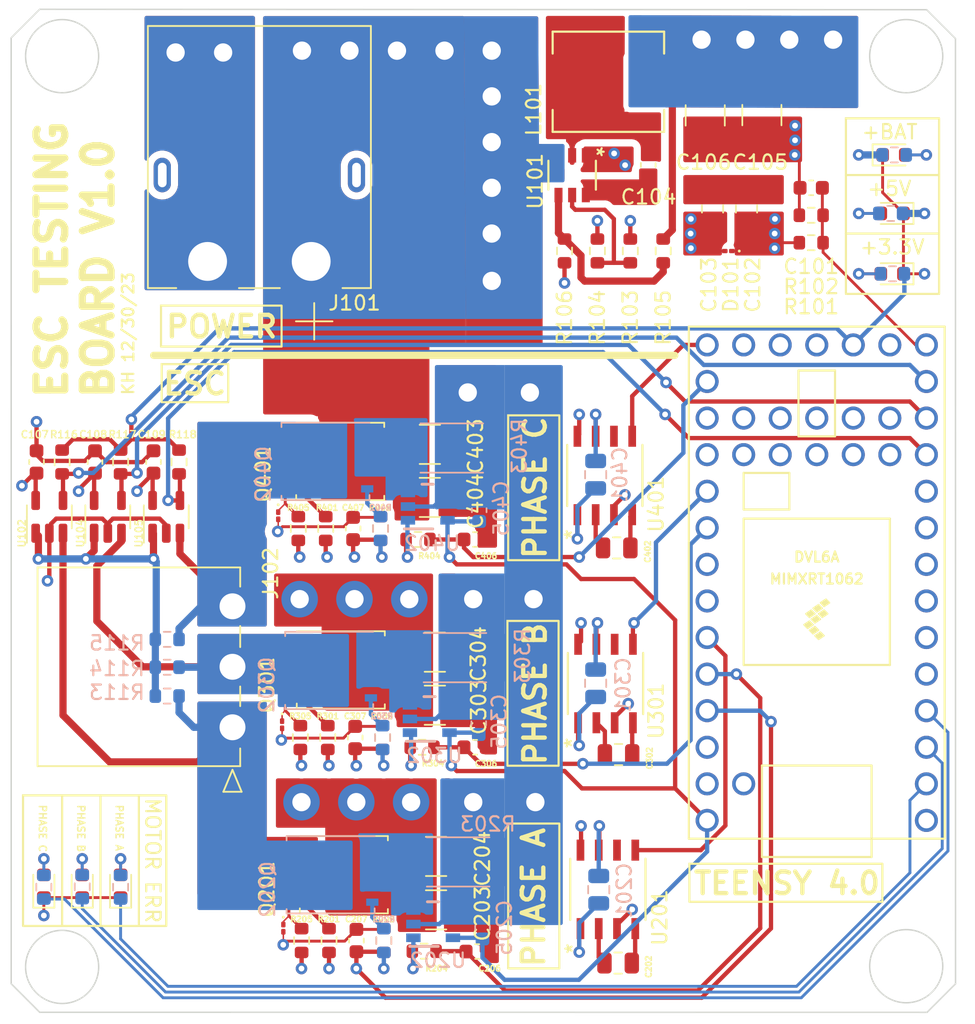
<source format=kicad_pcb>
(kicad_pcb (version 20221018) (generator pcbnew)
  (layers (0 "F.Cu" signal) (1 "In1.Cu" power "VCC") (2 "In2.Cu" power "GND") (31 "B.Cu" signal) (34 "B.Paste" user) (35 "F.Paste" user) (36 "B.SilkS" user "B.Silkscreen") (37 "F.SilkS" user "F.Silkscreen") (38 "B.Mask" user) (39 "F.Mask" user) (44 "Edge.Cuts" user))
  (net 0 "")
  (net 1 "GND")
  (net 2 "VCC_SENSE")
  (net 3 "VCC")
  (net 4 "Net-(C102-Pad2)")
  (net 5 "Net-(U101-SW)")
  (net 6 "Net-(U101-CB)")
  (net 7 "+5V")
  (net 8 "Net-(U201-HB)")
  (net 9 "Net-(U201-HS)")
  (net 10 "I_SENSE_A")
  (net 11 "V_SENSE_A")
  (net 12 "Net-(U301-HB)")
  (net 13 "Net-(U301-HS)")
  (net 14 "I_SENSE_B")
  (net 15 "V_SENSE_B")
  (net 16 "Net-(U401-HB)")
  (net 17 "Net-(U401-HS)")
  (net 18 "I_SENSE_C")
  (net 19 "V_SENSE_C")
  (net 20 "Net-(D102-A)")
  (net 21 "PHASE_A")
  (net 22 "PHASE_B")
  (net 23 "PHASE_C")
  (net 24 "Net-(U101-EN)")
  (net 25 "Net-(U101-FB)")
  (net 26 "+3.3V")
  (net 27 "Net-(U201-HO)")
  (net 28 "Net-(U201-LO)")
  (net 31 "Net-(U301-HO)")
  (net 32 "Net-(U301-LO)")
  (net 35 "Net-(U401-HO)")
  (net 36 "Net-(U401-LO)")
  (net 39 "PWM_A")
  (net 41 "PWM_B")
  (net 43 "PWM_C")
  (net 45 "Net-(D105-A)")
  (net 46 "Net-(D106-A)")
  (net 47 "Net-(D107-A)")
  (net 48 "Net-(Q201-G)")
  (net 49 "Net-(D103-A)")
  (net 50 "Net-(D104-A)")
  (net 51 "Net-(U202-IN+)")
  (net 52 "Net-(Q202-G)")
  (net 53 "Net-(Q301-G)")
  (net 54 "Net-(U302-IN+)")
  (net 55 "Net-(Q302-G)")
  (net 56 "Net-(Q401-G)")
  (net 57 "Net-(U402-IN+)")
  (net 58 "Net-(Q402-G)")
  (net 59 "I_ERROR_A")
  (net 60 "I_ERROR_B")
  (net 61 "I_ERROR_C")
  (net 62 "V_NEUTRAL")
  (net 63 "Net-(U202-OUT)")
  (net 64 "Net-(U302-OUT)")
  (net 65 "Net-(U402-OUT)")
  (net 82 "ZERO_A")
  (net 83 "ZERO_B")
  (net 84 "ZERO_C")
  (footprint "Package_TO_SOT_SMD:SOT-23-5" (layer "F.Cu") (at 51.675207 95.744544 90)
    (fp_text reference "U105")
    (fp_text value "TL331")
  )
  (footprint "Capacitor_SMD:C_1210_3225Metric" (layer "F.Cu") (at 70.430207 119.327544)
    (fp_text reference "C204")
    (fp_text value "22uF" hide)
  )
  (footprint "Resistor_SMD:R_0603_1608Metric" (layer "F.Cu") (at 69.602407 125.906144)
    (fp_text reference "R204")
    (fp_text value "1k" hide)
  )
  (footprint "Capacitor_SMD:C_0603_1608Metric" (layer "F.Cu") (at 96.501 72.896875)
    (fp_text reference "C101")
    (fp_text value "10nF" hide)
  )
  (footprint "Resistor_SMD:R_0603_1608Metric" (layer "F.Cu") (at 61.081207 125.169544 -90)
    (fp_text reference "R205")
    (fp_text value "4.7k" hide)
  )
  (footprint "Capacitor_SMD:C_0603_1608Metric" (layer "F.Cu") (at 73.286207 125.931544 180)
    (fp_text reference "C206")
    (fp_text value "1nF" hide)
  )
  (footprint "LED_SMD:LED_0603_1608Metric" (layer "F.Cu") (at 43.166207 121.398544 90)
    (fp_text reference "D107" hide)
    (fp_text value "LED")
  )
  (footprint "Resistor_SMD:R_0603_1608Metric" (layer "F.Cu") (at 52.564207 91.934544 -90)
    (fp_text reference "R118")
    (fp_text value "4.7k")
  )
  (footprint "Capacitor_SMD:C_0603_1608Metric" (layer "F.Cu") (at 85.1726 71.3108 -90)
    (fp_text reference "C104")
    (fp_text value "0.1uF" hide)
  )
  (footprint "LED_SMD:LED_0603_1608Metric" (layer "F.Cu") (at 48.500207 121.398544 90)
    (fp_text reference "D105" hide)
    (fp_text value "LED")
  )
  (footprint "Capacitor_SMD:C_0805_2012Metric" (layer "F.Cu") (at 83.110207 112.254544)
    (fp_text reference "C302")
    (fp_text value "1uF" hide)
  )
  (footprint "Resistor_SMD:R_0603_1608Metric" (layer "F.Cu") (at 79.356 77.279 -90)
    (fp_text reference "R106")
    (fp_text value "13.7K" hide)
  )
  (footprint "Diode_SMD:D_01005_0402Metric" (layer "F.Cu") (at 59.811207 124.308294 -90)
    (fp_text reference "D201" hide)
    (fp_text value "TVS_0402" hide)
  )
  (footprint "Capacitor_SMD:C_1210_3225Metric" (layer "F.Cu") (at 89.135 67.867 -90)
    (fp_text reference "C106")
    (fp_text value "22uF" hide)
  )
  (footprint "Capacitor_SMD:C_1210_3225Metric" (layer "F.Cu") (at 70.344207 108.825544)
    (fp_text reference "C303")
    (fp_text value "22uF" hide)
  )
  (footprint "LED_SMD:LED_0603_1608Metric" (layer "F.Cu") (at 45.833207 121.398544 90)
    (fp_text reference "D106" hide)
    (fp_text value "LED")
  )
  (footprint "Resistor_SMD:R_0603_1608Metric" (layer "F.Cu") (at 62.757207 96.555544 90)
    (fp_text reference "R401")
    (fp_text value "100")
  )
  (footprint "Resistor_SMD:R_0603_1608Metric" (layer "F.Cu") (at 62.900207 111.072544 90)
    (fp_text reference "R301")
    (fp_text value "100")
  )
  (footprint "SRP6540-2R2M:IND_SRP6540-2R2M_BRN" (layer "F.Cu") (at 82.404 65.532 180)
    (fp_text reference "L101")
    (fp_text value "10uH")
  )
  (footprint "Resistor_SMD:R_0603_1608Metric" (layer "F.Cu") (at 60.852207 96.555544 -90)
    (fp_text reference "R405")
    (fp_text value "4.7k")
  )
  (footprint "Resistor_SMD:R_0603_1608Metric" (layer "F.Cu") (at 44.436207 91.934544 -90)
    (fp_text reference "R116")
    (fp_text value "4.7k")
  )
  (footprint "Capacitor_SMD:C_1210_3225Metric" (layer "F.Cu") (at 69.996207 94.396544)
    (fp_text reference "C404")
    (fp_text value "22uF")
  )
  (footprint "Capacitor_SMD:C_0603_1608Metric" (layer "F.Cu") (at 64.891207 125.169544 -90)
    (fp_text reference "C207")
    (fp_text value "10nF" hide)
  )
  (footprint "Resistor_SMD:R_0603_1608Metric" (layer "F.Cu") (at 66.796207 125.169544 90)
    (fp_text reference "R206")
    (fp_text value "1k" hide)
  )
  (footprint "Diode_SMD:D_01005_0402Metric" (layer "F.Cu") (at 90.7396 77.2872 180)
    (fp_text reference "D101")
    (fp_text value "TVS_0402" hide)
  )
  (footprint "Diode_SMD:D_01005_0402Metric" (layer "F.Cu") (at 59.455207 95.666544 -90)
    (fp_text reference "D401" hide)
    (fp_text value "TVS_0402")
  )
  (footprint "Resistor_SMD:R_0603_1608Metric" (layer "F.Cu") (at 62.986207 125.169544 90)
    (fp_text reference "R201")
    (fp_text value "100" hide)
  )
  (footprint "Resistor_SMD:R_0603_1608Metric" (layer "F.Cu") (at 81.642 77.279 90)
    (fp_text reference "R104")
    (fp_text value "11.3k" hide)
  )
  (footprint "Resistor_SMD:R_0603_1608Metric" (layer "F.Cu") (at 83.928 77.279 -90)
    (fp_text reference "R103")
    (fp_text value "110k" hide)
  )
  (footprint "Resistor_SMD:R_0603_1608Metric" (layer "F.Cu") (at 86.214 77.279 -90)
    (fp_text reference "R105")
    (fp_text value "100K" hide)
  )
  (footprint "Capacitor_SMD:C_0805_2012Metric" (layer "F.Cu") (at 83.081207 126.732544)
    (fp_text reference "C202")
    (fp_text value "1uF" hide)
  )
  (footprint "Capacitor_SMD:C_1210_3225Metric" (layer "F.Cu") (at 70.344207 105.142544)
    (fp_text reference "C304")
    (fp_text value "22uF" hide)
  )
  (footprint "Resistor_SMD:R_0603_1608Metric" (layer "F.Cu") (at 96.501 74.803 180)
    (fp_text reference "R102")
    (fp_text value "1k" hide)
  )
  (footprint "MIC4605:SOIC-8_M_MCH" (layer "F.Cu") (at 82.155207 92.872544 90)
    (fp_text reference "U401")
    (fp_text value "MIC4605-2YM-TR")
  )
  (footprint "Capacitor_SMD:C_0805_2012Metric" (layer "F.Cu") (at 89.643 74.356 -90)
    (fp_text reference "C103")
    (fp_text value "4.7uF" hide)
  )
  (footprint "Capacitor_SMD:C_0603_1608Metric" (layer "F.Cu") (at 42.658207 91.934544 90)
    (fp_text reference "C107")
    (fp_text value "0.1uF")
  )
  (footprint "Resistor_SMD:R_0603_1608Metric" (layer "F.Cu") (at 69.171207 97.317544)
    (fp_text reference "R404")
    (fp_text value "1k")
  )
  (footprint "Capacitor_SMD:C_0805_2012Metric" (layer "F.Cu") (at 82.983207 97.903544)
    (fp_text reference "C402")
    (fp_text value "1uF")
  )
  (footprint "Capacitor_SMD:C_0603_1608Metric" (layer "F.Cu") (at 73.138207 97.317544 180)
    (fp_text reference "C406")
    (fp_text value "1nF")
  )
  (footprint "Resistor_SMD:R_0603_1608Metric" (layer "F.Cu") (at 69.455207 111.746544)
    (fp_text reference "R304")
    (fp_text value "1k" hide)
  )
  (footprint "Package_TO_SOT_SMD:TDSON-8-1" (layer "F.Cu") (at 63.805207 106.373544)
    (fp_text reference "Q301")
    (fp_text value "BSC340N08NS3G")
  )
  (footprint "Capacitor_SMD:C_0603_1608Metric" (layer "F.Cu") (at 64.805207 111.072544 -90)
    (fp_text reference "C307")
    (fp_text value "10nF" hide)
  )
  (footprint "Resistor_SMD:R_0603_1608Metric" (layer "F.Cu") (at 60.995207 111.072544 -90)
    (fp_text reference "R305")
    (fp_text value "4.7k" hide)
  )
  (footprint "LED_SMD:LED_0603_1608Metric" (layer "F.Cu") (at 102.125 78.867 180)
    (fp_text reference "D104" hide)
    (fp_text value "LED")
  )
  (footprint "LMR51420XDDCR:SOT23_DDC_TEX" (layer "F.Cu") (at 79.884995 72.021463 -90)
    (fp_text reference "U101")
    (fp_text value "LMR51420XDDCR")
  )
  (footprint "Capacitor_SMD:C_0603_1608Metric" (layer "F.Cu") (at 46.722207 91.934544 90)
    (fp_text reference "C108")
    (fp_text value "0.1uF")
  )
  (footprint "Package_TO_SOT_SMD:TDSON-8-1" (layer "F.Cu") (at 63.764207 91.895544)
    (fp_text reference "Q401")
    (fp_text value "BSC340N08NS3G")
  )
  (footprint "xt60_pw:AMASS_XT60PW-M" (layer "F.Cu") (at 58.147 72.009)
    (fp_text reference "J101")
    (fp_text value "XT60PW-M" hide)
  )
  (footprint "Resistor_SMD:R_0603_1608Metric" (layer "F.Cu") (at 66.710207 111.072544 90)
    (fp_text reference "R306")
    (fp_text value "1k" hide)
  )
  (footprint "Package_TO_SOT_SMD:SOT-23-5" (layer "F.Cu") (at 47.611207 95.744544 90)
    (fp_text reference "U104")
    (fp_text value "TL331")
  )
  (footprint "MIC4605:SOIC-8_M_MCH" (layer "F.Cu") (at 82.368207 121.614444 90)
    (fp_text reference "U201")
    (fp_text value "MIC4605-2YM-TR")
  )
  (footprint "teensy.pretty-master:Teensy40" (layer "F.Cu") (at 96.887207 100.316544 90)
    (fp_text reference "U103" hide)
    (fp_text value "Teensy4.0")
  )
  (footprint "Capacitor_SMD:C_0603_1608Metric" (layer "F.Cu") (at 73.138207 111.746544 180)
    (fp_text reference "C306")
    (fp_text value "1nF" hide)
  )
  (footprint "Resistor_SMD:R_0603_1608Metric" (layer "F.Cu") (at 48.500207 91.934544 -90)
    (fp_text reference "R117")
    (fp_text value "4.7k")
  )
  (footprint "Package_TO_SOT_SMD:SOT-23-5" (layer "F.Cu") (at 43.547207 95.744544 90)
    (fp_text reference "U102")
    (fp_text value "TL331")
  )
  (footprint "Capacitor_SMD:C_1210_3225Metric" (layer "F.Cu") (at 70.428407 123.035944)
    (fp_text reference "C203")
    (fp_text value "22uF" hide)
  )
  (footprint "Resistor_SMD:R_0603_1608Metric" (layer "F.Cu") (at 66.567207 96.555544 90)
    (fp_text reference "R406")
    (fp_text value "1k")
  )
  (footprint "Diode_SMD:D_01005_0402Metric" (layer "F.Cu") (at 59.725207 110.183544 -90)
    (fp_text reference "D301" hide)
    (fp_text value "TVS_0402")
  )
  (footprint "Resistor_SMD:R_0603_1608Metric" (layer "F.Cu") (at 96.501 76.708)
    (fp_text reference "R101")
    (fp_text value "4.7k" hide)
  )
  (footprint "Capacitor_SMD:C_1210_3225Metric" (layer "F.Cu") (at 69.996207 90.713544)
    (fp_text reference "C403")
    (fp_text value "22uF")
  )
  (footprint "LED_SMD:LED_0603_1608Metric" (layer "F.Cu") (at 102.252 70.612)
    (fp_text reference "D102" hide)
    (fp_text value "LED")
  )
  (footprint "LED_SMD:LED_0603_1608Metric" (layer "F.Cu") (at 102.125 74.676 180)
    (fp_text reference "D103" hide)
    (fp_text value "LED")
  )
  (footprint "molex_motor_conn:CON_39303037" (layer "F.Cu") (at 56.27772 110.358543 -90)
    (fp_text reference "J102")
    (fp_text value "39303037")
  )
  (footprint "Capacitor_SMD:C_0805_2012Metric" (layer "F.Cu") (at 92.0052 74.356 90)
    (fp_text reference "C102")
    (fp_text value "4.7uF" hide)
  )
  (footprint "Capacitor_SMD:C_0603_1608Metric" (layer "F.Cu") (at 64.662207 96.555544 -90)
    (fp_text reference "C407")
    (fp_text value "10nF")
  )
  (footprint "Package_TO_SOT_SMD:TDSON-8-1" (layer "F.Cu") (at 64.018207 120.597544)
    (fp_text reference "Q201")
    (fp_text value "BSC340N08NS3G")
  )
  (footprint "Capacitor_SMD:C_0603_1608Metric" (layer "F.Cu") (at 50.786207 91.934544 90)
    (fp_text reference "C109")
    (fp_text value "0.1uF")
  )
  (footprint "MIC4605:SOIC-8_M_MCH" (layer "F.Cu") (at 82.204207 107.319694 90)
    (fp_text reference "U301")
    (fp_text value "MIC4605-2YM-TR")
  )
  (footprint "Capacitor_SMD:C_1210_3225Metric" (layer "F.Cu") (at 93.072 67.845686 -90)
    (fp_text reference "C105")
    (fp_text value "22uF" hide)
  )
  (footprint "Package_TO_SOT_SMD:TDSON-8-1" (layer "B.Cu") (at 62.741207 91.895544 180)
    (fp_text reference "Q402")
    (fp_text value "BSC340N08NS3G")
  )
  (footprint "Resistor_SMD:R_2512_6332Metric" (layer "B.Cu") (at 71.961707 119.708544)
    (fp_text reference "R203")
    (fp_text value "2m" hide)
  )
  (footprint "Capacitor_SMD:C_0805_2012Metric" (layer "B.Cu") (at 81.733207 121.633494 90)
    (fp_text reference "C201")
    (fp_text value "1uF" hide)
  )
  (footprint "Resistor_SMD:R_0603_1608Metric" (layer "B.Cu") (at 66.567207 96.555544 90)
    (fp_text reference "R402")
    (fp_text value "100")
  )
  (footprint "Resistor_SMD:R_0603_1608Metric" (layer "B.Cu") (at 48.500207 121.461544 90)
    (fp_text reference "R110" hide)
    (fp_text value "100" hide)
  )
  (footprint "INA180A3:DBV0005A_N" (layer "B.Cu") (at 69.847208 95.031544)
    (fp_text reference "U402")
    (fp_text value "INA180A3IDBVR" hide)
  )
  (footprint "Resistor_SMD:R_0603_1608Metric" (layer "B.Cu") (at 66.710207 111.072544 90)
    (fp_text reference "R302")
    (fp_text value "100")
  )
  (footprint "Resistor_SMD:R_0603_1608Metric" (layer "B.Cu") (at 43.166207 121.461544 90)
    (fp_text reference "R112" hide)
    (fp_text value "100")
  )
  (footprint "Resistor_SMD:R_0603_1608Metric" (layer "B.Cu") (at 51.739207 104.252794 180)
    (fp_text reference "R115")
    (fp_text value "10k")
  )
  (footprint "INA180A3:DBV0005A_N" (layer "B.Cu") (at 69.985208 109.780543)
    (fp_text reference "U302")
    (fp_text value "INA180A3IDBVR")
  )
  (footprint "Capacitor_SMD:C_0603_1608Metric" (layer "B.Cu") (at 73.425207 95.285544 -90)
    (fp_text reference "C405")
    (fp_text value "0.1uF")
  )
  (footprint "Capacitor_SMD:C_0603_1608Metric" (layer "B.Cu") (at 73.654207 124.280544 -90)
    (fp_text reference "C205")
    (fp_text value "0.1uF" hide)
  )
  (footprint "Capacitor_SMD:C_0805_2012Metric" (layer "B.Cu") (at 81.520207 92.815394 90)
    (fp_text reference "C401")
    (fp_text value "1uF")
  )
  (footprint "Capacitor_SMD:C_0805_2012Metric" (layer "B.Cu") (at 81.520207 107.301544 90)
    (fp_text reference "C301")
    (fp_text value "1uF" hide)
  )
  (footprint "Resistor_SMD:R_0603_1608Metric" (layer "B.Cu") (at 102.026 74.676 180)
    (fp_text reference "R108" hide)
    (fp_text value "100" hide)
  )
  (footprint "Resistor_SMD:R_0603_1608Metric" (layer "B.Cu") (at 102.153 78.867 180)
    (fp_text reference "R109" hide)
    (fp_text value "100" hide)
  )
  (footprint "Package_TO_SOT_SMD:TDSON-8-1" (layer "B.Cu") (at 62.999207 106.412544 180)
    (fp_text reference "Q302")
    (fp_text value "BSC340N08NS3G")
  )
  (footprint "Resistor_SMD:R_0603_1608Metric" (layer "B.Cu") (at 66.796207 125.169544 90)
    (fp_text reference "R202")
    (fp_text value "100" hide)
  )
  (footprint "Resistor_SMD:R_0603_1608Metric" (layer "B.Cu") (at 102.28 70.612)
    (fp_text reference "R107" hide)
    (fp_text value "1k" hide)
  )
  (footprint "Resistor_SMD:R_0603_1608Metric" (layer "B.Cu") (at 45.833207 121.434544 90)
    (fp_text reference "R111" hide)
    (fp_text value "100")
  )
  (footprint "Resistor_SMD:R_0603_1608Metric" (layer "B.Cu") (at 51.739207 108.189794 180)
    (fp_text reference "R113")
    (fp_text value "10k")
  )
  (footprint "Resistor_SMD:R_2512_6332Metric" (layer "B.Cu") (at 71.520207 90.967544)
    (fp_text reference "R403")
    (fp_text value "2m")
  )
  (footprint "Resistor_SMD:R_2512_6332Metric" (layer "B.Cu") (at 71.741207 105.523544)
    (fp_text reference "R303")
    (fp_text value "2m" hide)
  )
  (footprint "Resistor_SMD:R_0603_1608Metric" (layer "B.Cu") (at 51.739207 106.187794 180)
    (fp_text reference "R114")
    (fp_text value "10k")
  )
  (footprint "INA180A3:DBV0005A_N" (layer "B.Cu") (at 70.225207 124.026544)
    (fp_text reference "U202")
    (fp_text value "INA180A3IDBVR" hide)
  )
  (footprint "Capacitor_SMD:C_0603_1608Metric" (layer "B.Cu") (at 73.392207 110.082544 -90)
    (fp_text reference "C305")
    (fp_text value "0.1uF" hide)
  )
  (footprint "Package_TO_SOT_SMD:TDSON-8-1" (layer "B.Cu") (at 63.097207 120.599344 180)
    (fp_text reference "Q202")
    (fp_text value "BSC340N08NS3G")
  )
  (gr_line (start 44.436207 115.137444) (end 44.436207 124.065544) (stroke (width 0.15)) (layer "F.SilkS"))
  (gr_rect (start 98.914 68.072) (end 105.391 80.264) (stroke (width 0.15)) (fill none) (layer "F.SilkS"))
  (gr_rect (start 41.718407 115.086644) (end 51.675207 124.154444) (stroke (width 0.15)) (fill none) (layer "F.SilkS"))
  (gr_rect (start 75.3872 102.9716) (end 78.9432 113.03) (stroke (width 0.15)) (fill none) (layer "F.SilkS"))
  (gr_rect (start 75.438 117.0432) (end 78.994 127.1016) (stroke (width 0.15)) (fill none) (layer "F.SilkS"))
  (gr_line (start 50.8 84.5312) (end 87.0204 84.5312) (stroke (width 0.5)) (layer "F.SilkS"))
  (gr_rect (start 75.438 88.6968) (end 78.994 98.7552) (stroke (width 0.15)) (fill none) (layer "F.SilkS"))
  (gr_rect (start 51.308 81.0768) (end 59.69 83.9216) (stroke (width 0.15)) (fill none) (layer "F.SilkS"))
  (gr_line (start 47.103207 115.175544) (end 47.103207 124.103644) (stroke (width 0.15)) (layer "F.SilkS"))
  (gr_line (start 49.770207 115.156494) (end 49.770207 124.084594) (stroke (width 0.15)) (layer "F.SilkS"))
  (gr_rect (start 51.3588 85.1408) (end 55.9816 87.7824) (stroke (width 0.15)) (fill none) (layer "F.SilkS"))
  (gr_rect (start 88.0364 119.8372) (end 101.4476 122.4788) (stroke (width 0.15)) (fill none) (layer "F.SilkS"))
  (gr_line (start 98.914 76.073) (end 105.391 76.073) (stroke (width 0.15)) (layer "F.SilkS"))
  (gr_line (start 98.914 72.009) (end 105.391 72.009) (stroke (width 0.15)) (layer "F.SilkS"))
  (gr_circle (center 44.436207 127) (end 46.976207 127) (stroke (width 0.1)) (fill none) (layer "Edge.Cuts"))
  (gr_line (start 40.896963 128.16896) (end 40.894 62.484) (stroke (width 0.1)) (layer "Edge.Cuts"))
  (gr_circle (center 44.436207 63.754) (end 46.976207 63.754) (stroke (width 0.1)) (fill none) (layer "Edge.Cuts"))
  (gr_line (start 40.894 62.484) (end 42.8752 60.5028) (stroke (width 0.1)) (layer "Edge.Cuts"))
  (gr_circle (center 103.105 126.9492) (end 105.645 126.9492) (stroke (width 0.1)) (fill none) (layer "Edge.Cuts"))
  (gr_line (start 104.551053 130.155834) (end 106.532253 128.174634) (stroke (width 0.1)) (layer "Edge.Cuts"))
  (gr_line (start 42.878163 130.15016) (end 40.896963 128.16896) (stroke (width 0.1)) (layer "Edge.Cuts"))
  (gr_line (start 42.8752 60.5028) (end 104.521 60.5282) (stroke (width 0.1)) (layer "Edge.Cuts"))
  (gr_circle (center 103.105 63.754) (end 105.645 63.754) (stroke (width 0.1)) (fill none) (layer "Edge.Cuts"))
  (gr_line (start 106.5276 62.5348) (end 104.521 60.5282) (stroke (width 0.1)) (layer "Edge.Cuts"))
  (gr_line (start 106.5276 62.5348) (end 106.532253 128.174634) (stroke (width 0.1)) (layer "Edge.Cuts"))
  (gr_line (start 104.551053 130.155834) (end 42.878163 130.15016) (stroke (width 0.1)) (layer "Edge.Cuts"))
  (gr_text "POWER" (at 51.5112 83.4136) (layer "F.SilkS") (effects (font (size 1.5 1.5) (thickness 0.3) bold) (justify left bottom)))
  (gr_text "PHASE B" (at 45.452207 115.683544 270) (layer "F.SilkS") (effects (font (size 0.5 0.5) (thickness 0.1) bold) (justify left bottom)))
  (gr_text "PHASE B" (at 78.1812 113.1316 90) (layer "F.SilkS") (effects (font (size 1.5 1.5) (thickness 0.3) bold) (justify left bottom)))
  (gr_text "+BAT" (at 99.93 69.596) (layer "F.SilkS") (effects (font (size 1 1)) (justify left bottom)))
  (gr_text "PHASE A" (at 78.0796 127.1524 90) (layer "F.SilkS") (effects (font (size 1.5 1.5) (thickness 0.3) bold) (justify left bottom)))
  (gr_text "+3.3V" (at 99.803 77.597) (layer "F.SilkS") (effects (font (size 1 1)) (justify left bottom)))
  (gr_text "KH 12/30/23" (at 49.492993 87.364056 90) (layer "F.SilkS") (effects (font (size 0.8 0.8) (thickness 0.15) bold) (justify left bottom)))
  (gr_text "+5V" (at 100.311 73.533) (layer "F.SilkS") (effects (font (size 1 1)) (justify left bottom)))
  (gr_text "PHASE A" (at 48.119207 115.683544 270) (layer "F.SilkS") (effects (font (size 0.5 0.5) (thickness 0.1) bold) (justify left bottom)))
  (gr_text "ESC" (at 51.308 87.376) (layer "F.SilkS") (effects (font (size 1.5 1.5) (thickness 0.3) bold) (justify left bottom)))
  (gr_text "MOTOR ERR" (at 50.151207 115.175544 270) (layer "F.SilkS") (effects (font (size 1 1)) (justify left bottom)))
  (gr_text "ESC TESTING \nBOARD V1.0" (at 48.1076 87.7316 90) (layer "F.SilkS") (effects (font (size 2 2) (thickness 0.5) bold) (justify left bottom)))
  (gr_text "PHASE C" (at 78.1812 98.806 90) (layer "F.SilkS") (effects (font (size 1.5 1.5) (thickness 0.3) bold) (justify left bottom)))
  (gr_text "TEENSY 4.0" (at 88.1888 122.0724) (layer "F.SilkS") (effects (font (size 1.5 1.5) (thickness 0.3) bold) (justify left bottom)))
  (gr_text "PHASE C" (at 42.785207 115.683544 270) (layer "F.SilkS") (effects (font (size 0.5 0.5) (thickness 0.1) bold) (justify left bottom)))
  (segment (start 90.1142 77.2872) (end 89.916 77.089) (width 0.1) (layer "F.Cu") (net 1))
  (segment (start 81.569207 103.188544) (end 81.647207 103.110544) (width 0.3) (layer "F.Cu") (net 1))
  (segment (start 59.422207 96.760544) (end 59.752207 96.430544) (width 0.2) (layer "F.Cu") (net 1))
  (segment (start 60.057207 125.208544) (end 59.803207 125.462544) (width 0.2) (layer "F.Cu") (net 1))
  (segment (start 104.375 78.867) (end 102.9125 78.867) (width 0.2) (layer "F.Cu") (net 1))
  (segment (start 95.676 70.93) (end 95.358 70.612) (width 0.2) (layer "F.Cu") (net 1))
  (segment (start 42.658207 91.159544) (end 42.658207 89.140544) (width 0.3) (layer "F.Cu") (net 1))
  (segment (start 47.228207 95.869544) (end 47.611207 96.252544) (width 0.3) (layer "F.Cu") (net 1))
  (segment (start 47.611207 96.219545) (end 47.961208 95.869544) (width 0.3) (layer "F.Cu") (net 1))
  (segment (start 63.991207 111.111544) (end 64.805207 110.297544) (width 0.2) (layer "F.Cu") (net 1))
  (segment (start 59.752207 96.430544) (end 64.012207 96.430544) (width 0.2) (layer "F.Cu") (net 1))
  (segment (start 51.211207 95.869544) (end 51.675207 96.333544) (width 0.3) (layer "F.Cu") (net 1))
  (segment (start 79.356 78.105) (end 79.356 79.502) (width 0.3) (layer "F.Cu") (net 1))
  (segment (start 45.833207 122.186044) (end 48.500207 122.186044) (width 0.2) (layer "F.Cu") (net 1))
  (segment (start 101.4645 73.228) (end 102.9125 74.676) (width 0.2) (layer "F.Cu") (net 1))
  (segment (start 59.811207 124.558294) (end 59.811207 125.454544) (width 0.1) (layer "F.Cu") (net 1))
  (segment (start 102.9125 78.867) (end 102.9125 74.676) (width 0.2) (layer "F.Cu") (net 1))
  (segment (start 43.547207 100.062544) (end 43.420207 100.189544) (width 0.3) (layer "F.Cu") (net 1))
  (segment (start 43.166207 122.186044) (end 45.833207 122.186044) (width 0.2) (layer "F.Cu") (net 1))
  (segment (start 42.658207 91.426544) (end 43.091207 91.859544) (width 0.3) (layer "F.Cu") (net 1))
  (segment (start 59.725207 111.189544) (end 59.676207 111.238544) (width 0.1) (layer "F.Cu") (net 1))
  (segment (start 90.4896 77.2872) (end 90.1142 77.2872) (width 0.1) (layer "F.Cu") (net 1))
  (segment (start 81.520207 88.632544) (end 81.520207 90.148394) (width 0.3) (layer "F.Cu") (net 1))
  (segment (start 64.012207 96.430544) (end 64.662207 95.780544) (width 0.2) (layer "F.Cu") (net 1))
  (segment (start 64.077207 125.208544) (end 60.057207 125.208544) (width 0.2) (layer "F.Cu") (net 1))
  (segment (start 81.774207 118.849294) (end 81.733207 118.890294) (width 0.3) (layer "F.Cu") (net 1))
  (segment (start 64.891207 124.394544) (end 66.746207 124.394544) (width 0.2) (layer "F.Cu") (net 1))
  (segment (start 81.774207 117.207544) (end 81.774207 118.849294) (width 0.3) (layer "F.Cu") (net 1))
  (segment (start 43.091207 91.859544) (end 46.022207 91.859544) (width 0.3) (layer "F.Cu") (net 1))
  (segment (start 59.676207 111.238544) (end 59.803207 111.111544) (width 0.2) (layer "F.Cu") (net 1))
  (segment (start 81.642 75.184) (end 81.642 76.454) (width 0.3) (layer "F.Cu") (net 1))
  (segment (start 49.999207 91.946544) (end 50.786207 91.159544) (width 0.3) (layer "F.Cu") (net 1))
  (segment (start 59.455207 96.727544) (end 59.422207 96.760544) (width 0.1) (layer "F.Cu") (net 1))
  (segment (start 79.356 78.104) (end 79.356 78.105) (width 0.3) (layer "F.Cu") (net 1))
  (segment (start 66.746207 124.394544) (end 66.796207 124.344544) (width 0.2) (layer "F.Cu") (net 1))
  (segment (start 42.658207 91.159544) (end 42.658207 91.426544) (width 0.3) (layer "F.Cu") (net 1))
  (segment (start 101.4645 70.612) (end 101.4645 73.228) (width 0.2) (layer "F.Cu") (net 1))
  (segment (start 59.725207 110.433544) (end 59.725207 111.189544) (width 0.1) (layer "F.Cu") (net 1))
  (segment (start 47.509207 91.946544) (end 49.999207 91.946544) (width 0.3) (layer "F.Cu") (net 1))
  (segment (start 46.722207 91.159544) (end 47.509207 91.946544) (width 0.3) (layer "F.Cu") (net 1))
  (segment (start 66.517207 95.780544) (end 66.567207 95.730544) (width 0.2) (layer "F.Cu") (net 1))
  (segment (start 51.675207 96.333544) (end 51.675207 96.882044) (width 0.3) (layer "F.Cu") (net 1))
  (segment (start 64.805207 110.297544) (end 66.660207 110.297544) (width 0.2) (layer "F.Cu") (net 1))
  (segment (start 43.547207 96.882044) (end 43.547207 100.062544) (width 0.3) (layer "F.Cu") (net 1))
  (segment (start 43.674207 96.882044) (end 43.674207 96.219545) (width 0.3) (layer "F.Cu") (net 1))
  (segment (start 64.662207 95.780544) (end 66.517207 95.780544) (width 0.2) (layer "F.Cu") (net 1))
  (segment (start 47.611207 96.882044) (end 47.611207 96.219545) (width 0.3) (layer "F.Cu") (net 1))
  (segment (start 46.022207 91.859544) (end 46.722207 91.159544) (width 0.3) (layer "F.Cu") (net 1))
  (segment (start 59.803207 111.111544) (end 63.991207 111.111544) (width 0.2) (layer "F.Cu") (net 1))
  (segment (start 81.569207 104.595544) (end 81.569207 103.188544) (width 0.3) (layer "F.Cu") (net 1))
  (segment (start 47.611207 96.252544) (end 47.611207 96.882044) (width 0.3) (layer "F.Cu") (net 1))
  (segment (start 43.674207 96.219545) (end 44.024208 95.869544) (width 0.3) (layer "F.Cu") (net 1))
  (segment (start 64.891207 124.394544) (end 64.077207 125.208544) (width 0.2) (layer "F.Cu") (net 1))
  (segment (start 95.676 74.803) (end 95.676 70.93) (width 0.2) (layer "F.Cu") (net 1))
  (segment (start 44.024208 95.869544) (end 47.228207 95.869544) (width 0.3) (layer "F.Cu") (net 1))
  (segment (start 43.166207 123.430544) (end 43.166207 122.186044) (width 0.2) (layer "F.Cu") (net 1))
  (segment (start 66.660207 110.297544) (end 66.710207 110.247544) (width 0.2) (layer "F.Cu") (net 1))
  (segment (start 59.811207 125.454544) (end 59.803207 125.462544) (width 0.1) (layer "F.Cu") (net 1))
  (segment (start 59.455207 95.916544) (end 59.455207 96.727544) (width 0.1) (layer "F.Cu") (net 1))
  (segment (start 47.961208 95.869544) (end 51.211207 95.869544) (width 0.3) (layer "F.Cu") (net 1))
  (via (at 77.202207 101.459044) (size 2.54) (drill 1.27) (layers "F.Cu" "B.Cu") (net 1))
  (via (at 79.356 79.502) (size 0.8) (drill 0.4) (layers "F.Cu" "B.Cu") (net 1))
  (via (at 104.375 78.867) (size 0.8) (drill 0.4) (layers "F.Cu" "B.Cu") (net 1))
  (via (at 73.011207 115.556544) (size 2.54) (drill 1.27) (layers "F.Cu" "B.Cu") (net 1))
  (via (at 59.803207 125.462544) (size 0.8) (drill 0.4) (layers "F.Cu" "B.Cu") (net 1))
  (via (at 81.642 75.184) (size 0.8) (drill 0.4) (layers "F.Cu" "B.Cu") (net 1))
  (via (at 95.377 68.58) (size 0.8) (drill 0.4) (layers "F.Cu" "B.Cu") (net 1))
  (via (at 43.420207 100.189544) (size 0.8) (drill 0.4) (layers "F.Cu" "B.Cu") (net 1))
  (via (at 59.422207 96.760544) (size 0.8) (drill 0.4) (layers "F.Cu" "B.Cu") (net 1))
  (via (at 81.520207 88.632544) (size 0.8) (drill 0.4) (layers "F.Cu" "B.Cu") (net 1))
  (via (at 59.676207 111.238544) (size 0.8) (drill 0.4) (layers "F.Cu" "B.Cu") (net 1))
  (via (at 55.626 63.5) (size 2.54) (drill 1.27) (layers "F.Cu" "B.Cu") (net 1))
  (via (at 81.647207 103.110544) (size 0.8) (drill 0.4) (layers "F.Cu" "B.Cu") (net 1))
  (via (at 76.948207 87.108544) (size 2.54) (drill 1.27) (layers "F.Cu" "B.Cu") (net 1))
  (via (at 88.119 76.073) (size 0.8) (drill 0.4) (layers "F.Cu" "B.Cu") (net 1))
  (via (at 73.011207 101.459544) (size 2.54) (drill 1.27) (layers "F.Cu" "B.Cu") (net 1))
  (via (at 88.138 75.057) (size 0.8) (drill 0.4) (layers "F.Cu" "B.Cu") (net 1))
  (via (at 83.566 71.3232) (size 0.8) (drill 0.4) (layers "F.Cu" "B.Cu") (net 1))
  (via (at 95.377 69.596) (size 0.8) (drill 0.4) (layers "F.Cu" "B.Cu") (net 1))
  (via (at 72.630207 87.108544) (size 2.54) (drill 1.27) (layers "F.Cu" "B.Cu") (net 1))
  (via (at 42.658207 89.140544) (size 0.8) (drill 0.4) (layers "F.Cu" "B.Cu") (net 1))
  (via (at 43.166207 123.430544) (size 0.8) (drill 0.4) (layers "F.Cu" "B.Cu") (net 1))
  (via (at 81.774207 117.207544) (size 0.8) (drill 0.4) (layers "F.Cu" "B.Cu") (net 1))
  (via (at 95.358 70.612) (size 0.8) (drill 0.4) (layers "F.Cu" "B.Cu") (net 1))
  (via (at 88.138 77.089) (size 0.8) (drill 0.4) (layers "F.Cu" "B.Cu") (net 1))
  (via (at 77.329207 115.556544) (size 2.54) (drill 1.27) (layers "F.Cu" "B.Cu") (net 1))
  (via (at 82.804 70.5104) (size 0.8) (drill 0.4) (layers "F.Cu" "B.Cu") (net 1))
  (via (at 52.324 63.5) (size 2.54) (drill 1.27) (layers "F.Cu" "B.Cu") (net 1))
  (segment (start 68.610207 109.780543) (end 70.410209 109.780543) (width 0.3) (layer "B.Cu") (net 1))
  (segment (start 68.472207 95.031544) (end 70.272209 95.031544) (width 0.3) (layer "B.Cu") (net 1))
  (segment (start 81.733207 117.248544) (end 81.774207 117.207544) (width 0.3) (layer "B.Cu") (net 1))
  (segment (start 68.850206 124.026544) (end 70.650208 124.026544) (width 0.3) (layer "B.Cu") (net 1))
  (segment (start 70.650208 124.026544) (end 71.600206 123.076546) (width 0.3) (layer "B.Cu") (net 1))
  (segment (start 81.520207 103.237544) (end 81.520207 106.351544) (width 0.3) (layer "B.Cu") (net 1))
  (segment (start 81.647207 103.110544) (end 81.520207 103.237544) (width 0.3) (layer "B.Cu") (net 1))
  (segment (start 70.410209 109.780543) (end 71.360207 108.830545) (width 0.3) (layer "B.Cu") (net 1))
  (segment (start 81.733207 120.683494) (end 81.733207 117.248544) (width 0.3) (layer "B.Cu") (net 1))
  (segment (start 81.520207 91.865394) (end 81.520207 88.632544) (width 0.3) (layer "B.Cu") (net 1))
  (segment (start 70.272209 95.031544) (end 71.222207 94.081546) (width 0.3) (layer "B.Cu") (net 1))
  (segment (start 97.276 76.658) (end 97.326 76.708) (width 0.2) (layer "F.Cu") (net 2))
  (segment (start 97.276 72.896875) (end 97.276 76.658) (width 0.2) (layer "F.Cu") (net 2))
  (segment (start 97.326 77.37995) (end 103.752594 83.806544) (width 0.2) (layer "F.Cu") (net 2))
  (segment (start 97.326 76.708) (end 97.326 77.37995) (width 0.2) (layer "F.Cu") (net 2))
  (segment (start 103.752594 83.806544) (end 104.507207 83.806544) (width 0.2) (layer "F.Cu") (net 2))
  (segment (start 42.597207 94.607044) (end 42.597207 92.770544) (width 0.3) (layer "F.Cu") (net 3))
  (segment (start 46.661207 92.770544) (end 46.722207 92.709544) (width 0.3) (layer "F.Cu") (net 3))
  (segment (start 94.342 76.708) (end 95.676 76.708) (width 0.2) (layer "F.Cu") (net 3))
  (segment (start 80.299207 111.541544) (end 80.377207 111.619544) (width 0.3) (layer "F.Cu") (net 3))
  (segment (start 45.579207 93.852544) (end 46.722207 92.709544) (width 0.3) (layer "F.Cu") (net 3))
  (segment (start 45.579207 93.966544) (end 45.579207 93.852544) (width 0.3) (layer "F.Cu") (net 3))
  (segment (start 50.725207 92.770544) (end 50.786207 92.709544) (width 0.3) (layer "F.Cu") (net 3))
  (segment (start 42.658207 92.709544) (end 42.518207 92.709544) (width 0.5) (layer "F.Cu") (net 3))
  (segment (start 83.928 75.184) (end 83.928 76.454) (width 0.3) (layer "F.Cu") (net 3))
  (segment (start 90.9896 77.2872) (end 91.4958 77.2872) (width 0.1) (layer "F.Cu") (net 3))
  (segment (start 49.643207 93.852544) (end 50.786207 92.709544) (width 0.3) (layer "F.Cu") (net 3))
  (segment (start 80.377207 124.424594) (end 80.463207 124.338594) (width 0.3) (layer "F.Cu") (net 3))
  (segment (start 50.725207 94.607044) (end 50.725207 92.770544) (width 0.3) (layer "F.Cu") (net 3))
  (segment (start 80.250207 95.596694) (end 80.250207 97.268544) (width 0.3) (layer "F.Cu") (net 3))
  (segment (start 42.518207 92.709544) (end 41.642207 93.585544) (width 0.3) (layer "F.Cu") (net 3))
  (segment (start 80.377207 125.970544) (end 80.377207 124.424594) (width 0.3) (layer "F.Cu") (net 3))
  (segment (start 93.961 77.089) (end 94.342 76.708) (width 0.2) (layer "F.Cu") (net 3))
  (segment (start 91.4958 77.2872) (end 91.694 77.089) (width 0.1) (layer "F.Cu") (net 3))
  (segment (start 80.299207 110.043844) (end 80.299207 111.541544) (width 0.3) (layer "F.Cu") (net 3))
  (segment (start 46.661207 94.607044) (end 46.661207 92.770544) (width 0.3) (layer "F.Cu") (net 3))
  (segment (start 49.643207 93.966544) (end 49.643207 93.852544) (width 0.3) (layer "F.Cu") (net 3))
  (segment (start 42.597207 92.770544) (end 42.658207 92.709544) (width 0.3) (layer "F.Cu") (net 3))
  (via (at 80.377207 111.619544) (size 0.8) (drill 0.4) (layers "F.Cu" "B.Cu") (net 3))
  (via (at 71.012 63.373) (size 2.54) (drill 1.27) (layers "F.Cu" "B.Cu") (net 3))
  (via (at 80.377207 125.970544) (size 0.8) (drill 0.4) (layers "F.Cu" "B.Cu") (net 3))
  (via (at 74.295 76.073) (size 2.54) (drill 1.27) (layers "F.Cu" "B.Cu") (net 3))
  (via (at 68.566207 101.459544) (size 2.54) (drill 1.27) (layers "F.Cu" "B.Cu") (net 3))
  (via (at 74.300207 79.361544) (size 2.54) (drill 1.27) (layers "F.Cu" "B.Cu") (net 3))
  (via (at 41.642207 93.585544) (size 0.8) (drill 0.4) (layers "F.Cu" "B.Cu") (net 3))
  (via (at 68.693207 115.556544) (size 2.54) (drill 1.27) (layers "F.Cu" "B.Cu") (net 3))
  (via (at 83.928 75.184) (size 0.8) (drill 0.4) (layers "F.Cu" "B.Cu") (net 3))
  (via (at 64.408 63.373) (size 2.54) (drill 1.27) (layers "F.Cu" "B.Cu") (net 3))
  (via (at 93.961 77.089) (size 0.8) (drill 0.4) (layers "F.Cu" "B.Cu") (net 3))
  (via (at 60.946207 101.459544) (size 2.54) (drill 1.27) (layers "F.Cu" "B.Cu") (net 3))
  (via (at 93.98 75.057) (size 0.8) (drill 0.4) (layers "F.Cu" "B.Cu") (net 3))
  (via (at 64.883207 115.556544) (size 2.54) (drill 1.27) (layers "F.Cu" "B.Cu") (net 3))
  (via (at 74.295 63.373) (size 2.54) (drill 1.27) (layers "F.Cu" "B.Cu") (net 3))
  (via (at 61.106 63.373) (size 2.54) (drill 1.27) (layers "F.Cu" "B.Cu") (net 3))
  (via (at 61.073207 115.556544) (size 2.54) (drill 1.27) (layers "F.Cu" "B.Cu") (net 3))
  (via (at 80.250207 97.268544) (size 0.8) (drill 0.4) (layers "F.Cu" "B.Cu") (net 3))
  (via (at 74.295 66.548) (size 2.54) (drill 1.27) (layers "F.Cu" "B.Cu") (net 3))
  (via (at 45.579207 93.966544) (size 0.8) (drill 0.4) (layers "F.Cu" "B.Cu") (net 3))
  (via (at 49.643207 93.966544) (size 0.8) (drill 0.4) (layers "F.Cu" "B.Cu") (net 3))
  (via (at 93.961 76.073) (size 0.8) (drill 0.4) (layers "F.Cu" "B.Cu") (net 3))
  (via (at 99.803 70.612) (size 0.8) (drill 0.4) (layers "F.Cu" "B.Cu") (net 3))
  (via (at 64.756207 101.459544) (size 2.54) (drill 1.27) (layers "F.Cu" "B.Cu") (net 3))
  (via (at 67.71 63.373) (size 2.54) (drill 1.27) (layers "F.Cu" "B.Cu") (net 3))
  (via (at 74.295 72.898) (size 2.54) (drill 1.27) (layers "F.Cu" "B.Cu") (net 3))
  (via (at 74.295 69.723) (size 2.54) (drill 1.27) (layers "F.Cu" "B.Cu") (net 3))
  (segment (start 81.733207 122.583494) (end 80.377207 123.939494) (width 0.3) (layer "B.Cu") (net 3))
  (segment (start 80.250207 97.268544) (end 80.250207 95.035394) (width 0.3) (layer "B.Cu") (net 3))
  (segment (start 101.455 70.612) (end 99.803 70.612) (width 0.5) (layer "B.Cu") (net 3))
  (segment (start 80.377207 111.619544) (end 80.377207 109.394544) (width 0.3) (layer "B.Cu") (net 3))
  (segment (start 80.377207 109.394544) (end 81.520207 108.251544) (width 0.3) (layer "B.Cu") (net 3))
  (segment (start 80.250207 95.035394) (end 81.520207 93.765394) (width 0.3) (layer "B.Cu") (net 3))
  (segment (start 80.377207 123.939494) (end 80.377207 125.970544) (width 0.3) (layer "B.Cu") (net 3))
  (segment (start 80.567707 114.604044) (end 87.044707 114.604044) (width 0.3) (layer "F.Cu") (net 7))
  (segment (start 79.488207 99.046544) (end 80.504207 100.062544) (width 0.3) (layer "F.Cu") (net 7))
  (segment (start 87.044707 114.604044) (end 89.267207 116.826544) (width 0.3) (layer "F.Cu") (net 7))
  (segment (start 71.360207 98.538544) (end 71.868207 99.046544) (width 0.3) (layer "F.Cu") (net 7))
  (segment (start 71.487207 113.016544) (end 71.868207 113.397544) (width 0.3) (layer "F.Cu") (net 7))
  (segment (start 87.044707 102.920044) (end 87.044707 114.604044) (width 0.3) (layer "F.Cu") (net 7))
  (segment (start 71.868207 113.397544) (end 79.361207 113.397544) (width 0.3) (layer "F.Cu") (net 7))
  (segment (start 71.868207 99.046544) (end 79.488207 99.046544) (width 0.3) (layer "F.Cu") (net 7))
  (segment (start 79.361207 113.397544) (end 80.567707 114.604044) (width 0.3) (layer "F.Cu") (net 7))
  (segment (start 84.187207 100.062544) (end 87.044707 102.920044) (width 0.3) (layer "F.Cu") (net 7))
  (segment (start 80.504207 100.062544) (end 84.187207 100.062544) (width 0.3) (layer "F.Cu") (net 7))
  (segment (start 86.214 76.454) (end 86.849 75.819) (width 0.5) (layer "F.Cu") (net 7))
  (segment (start 86.849 75.819) (end 86.849 67.183) (width 0.5) (layer "F.Cu") (net 7))
  (segment (start 86.849 67.183) (end 85.198 65.532) (width 0.5) (layer "F.Cu") (net 7))
  (via (at 71.360207 98.538544) (size 0.8) (drill 0.4) (layers "F.Cu" "B.Cu") (net 7))
  (via (at 88.881 62.611) (size 2.54) (drill 1.27) (layers "F.Cu" "B.Cu") (net 7))
  (via (at 91.929 62.611) (size 2.54) (drill 1.27) (layers "F.Cu" "B.Cu") (net 7))
  (via (at 104.375 74.676) (size 0.8) (drill 0.4) (layers "F.Cu" "B.Cu") (net 7))
  (via (at 94.977 62.611) (size 2.54) (drill 1.27) (layers "F.Cu" "B.Cu") (net 7))
  (via (at 98.025 62.611) (size 2.54) (drill 1.27) (layers "F.Cu" "B.Cu") (net 7))
  (via (at 71.487207 113.016544) (size 0.8) (drill 0.4) (layers "F.Cu" "B.Cu") (net 7))
  (segment (start 71.222207 95.981545) (end 71.222207 98.400544) (width 0.3) (layer "B.Cu") (net 7))
  (segment (start 102.851 74.676) (end 104.375 74.676) (width 0.5) (layer "B.Cu") (net 7))
  (segment (start 71.360207 110.730544) (end 71.360207 112.889544) (width 0.3) (layer "B.Cu") (net 7))
  (segment (start 71.360207 112.889544) (end 71.487207 113.016544) (width 0.3) (layer "B.Cu") (net 7))
  (segment (start 80.357207 127.895544) (end 89.267207 118.985544) (width 0.3) (layer "B.Cu") (net 7))
  (segment (start 71.222207 98.400544) (end 71.360207 98.538544) (width 0.3) (layer "B.Cu") (net 7))
  (segment (start 73.265207 110.730544) (end 73.392207 110.857544) (width 0.3) (layer "B.Cu") (net 7))
  (segment (start 71.301206 96.060544) (end 71.222207 95.981545) (width 0.3) (layer "B.Cu") (net 7))
  (segment (start 75.190207 127.895544) (end 80.357207 127.895544) (width 0.3) (layer "B.Cu") (net 7))
  (segment (start 73.654207 126.359544) (end 75.190207 127.895544) (width 0.3) (layer "B.Cu") (net 7))
  (segment (start 89.267207 118.985544) (end 89.267207 116.826544) (width 0.3) (layer "B.Cu") (net 7))
  (segment (start 71.600206 124.976545) (end 73.575208 124.976545) (width 0.3) (layer "B.Cu") (net 7))
  (segment (start 73.575208 124.976545) (end 73.654207 125.055544) (width 0.3) (layer "B.Cu") (net 7))
  (segment (start 71.360207 110.730544) (end 73.265207 110.730544) (width 0.3) (layer "B.Cu") (net 7))
  (segment (start 73.425207 96.060544) (end 71.301206 96.060544) (width 0.3) (layer "B.Cu") (net 7))
  (segment (start 73.654207 125.055544) (end 73.654207 126.359544) (width 0.3) (layer "B.Cu") (net 7))
  (segment (start 81.731614 124.340187) (end 81.733207 124.338594) (width 0.3) (layer "F.Cu") (net 8))
  (segment (start 81.731614 126.332951) (end 81.731614 124.340187) (width 0.3) (layer "F.Cu") (net 8))
  (segment (start 82.131207 126.732544) (end 81.731614 126.332951) (width 0.3) (layer "F.Cu") (net 8))
  (segment (start 84.265177 126.498574) (end 84.265177 124.346624) (width 0.3) (layer "F.Cu") (net 9))
  (segment (start 84.031207 126.732544) (end 84.265177 126.498574) (width 0.3) (layer "F.Cu") (net 9))
  (segment (start 84.265177 124.346624) (end 84.273207 124.338594) (width 0.3) (layer "F.Cu") (net 9))
  (segment (start 70.427407 125.906144) (end 72.485807 125.906144) (width 0.3) (layer "F.Cu") (net 10))
  (segment (start 72.511207 125.931544) (end 75.217207 128.637544) (width 0.3) (layer "F.Cu") (net 10))
  (segment (start 92.957207 108.324544) (end 91.299207 106.666544) (width 0.3) (layer "F.Cu") (net 10))
  (segment (start 75.217207 128.637544) (end 88.632207 128.637544) (width 0.3) (layer "F.Cu") (net 10))
  (segment (start 72.485807 125.906144) (end 72.511207 125.931544) (width 0.3) (layer "F.Cu") (net 10))
  (segment (start 92.957207 124.312544) (end 92.957207 108.324544) (width 0.3) (layer "F.Cu") (net 10))
  (segment (start 88.632207 128.637544) (end 92.957207 124.312544) (width 0.3) (layer "F.Cu") (net 10))
  (via (at 91.299207 106.666544) (size 0.8) (drill 0.4) (layers "F.Cu" "B.Cu") (net 10))
  (segment (start 91.299207 106.666544) (end 89.267207 106.666544) (width 0.3) (layer "B.Cu") (net 10))
  (segment (start 93.706707 109.968544) (end 93.706707 124.325044) (width 0.3) (layer "F.Cu") (net 11))
  (segment (start 88.894207 129.137544) (end 66.907207 129.137544) (width 0.3) (layer "F.Cu") (net 11))
  (segment (start 93.706707 124.325044) (end 88.894207 129.137544) (width 0.3) (layer "F.Cu") (net 11))
  (segment (start 64.883207 127.113544) (end 64.891207 127.105544) (width 0.3) (layer "F.Cu") (net 11))
  (segment (start 64.891207 125.944544) (end 66.746207 125.944544) (width 0.3) (layer "F.Cu") (net 11))
  (segment (start 66.746207 125.944544) (end 66.796207 125.994544) (width 0.3) (layer "F.Cu") (net 11))
  (segment (start 64.891207 127.105544) (end 64.891207 125.944544) (width 0.3) (layer "F.Cu") (net 11))
  (segment (start 61.081207 127.105544) (end 61.073207 127.113544) (width 0.3) (layer "F.Cu") (net 11))
  (segment (start 66.907207 129.137544) (end 64.883207 127.113544) (width 0.3) (layer "F.Cu") (net 11))
  (segment (start 61.081207 125.994544) (end 61.081207 127.105544) (width 0.3) (layer "F.Cu") (net 11))
  (via (at 64.883207 127.113544) (size 0.8) (drill 0.4) (layers "F.Cu" "B.Cu") (net 11))
  (via (at 61.073207 127.113544) (size 0.8) (drill 0.4) (layers "F.Cu" "B.Cu") (net 11))
  (via (at 93.706707 109.968544) (size 0.8) (drill 0.4) (layers "F.Cu" "B.Cu") (net 11))
  (segment (start 92.944707 109.206544) (end 89.267207 109.206544) (width 0.3) (layer "B.Cu") (net 11))
  (segment (start 93.706707 109.968544) (end 92.944707 109.206544) (width 0.3) (layer "B.Cu") (net 11))
  (segment (start 82.160207 112.254544) (end 82.160207 110.634844) (width 0.3) (layer "F.Cu") (net 12))
  (segment (start 82.160207 110.634844) (end 81.569207 110.043844) (width 0.3) (layer "F.Cu") (net 12))
  (segment (start 84.060207 110.092844) (end 84.109207 110.043844) (width 0.3) (layer "F.Cu") (net 13))
  (segment (start 84.060207 112.254544) (end 84.060207 110.092844) (width 0.3) (layer "F.Cu") (net 13))
  (segment (start 70.280207 111.746544) (end 72.363207 111.746544) (width 0.3) (layer "F.Cu") (net 14))
  (segment (start 80.631207 112.889544) (end 80.623207 112.897544) (width 0.3) (layer "F.Cu") (net 14))
  (segment (start 80.623207 112.897544) (end 73.514207 112.897544) (width 0.3) (layer "F.Cu") (net 14))
  (segment (start 73.514207 112.897544) (end 72.363207 111.746544) (width 0.3) (layer "F.Cu") (net 14))
  (via (at 80.631207 112.889544) (size 0.8) (drill 0.4) (layers "F.Cu" "B.Cu") (net 14))
  (segment (start 88.117207 111.245544) (end 88.117207 97.656544) (width 0.3) (layer "B.Cu") (net 14))
  (segment (start 80.631207 112.889544) (end 86.473207 112.889544) (width 0.3) (layer "B.Cu") (net 14))
  (segment (start 86.473207 112.889544) (end 88.117207 111.245544) (width 0.3) (layer "B.Cu") (net 14))
  (segment (start 88.117207 97.656544) (end 89.267207 96.506544) (width 0.3) (layer "B.Cu") (net 14))
  (segment (start 64.805207 111.847544) (end 64.805207 112.951044) (width 0.3) (layer "F.Cu") (net 15))
  (segment (start 64.805207 111.847544) (end 66.660207 111.847544) (width 0.3) (layer "F.Cu") (net 15))
  (segment (start 66.660207 111.847544) (end 66.710207 111.897544) (width 0.3) (layer "F.Cu") (net 15))
  (segment (start 60.995207 112.938544) (end 61.073207 113.016544) (width 0.3) (layer "F.Cu") (net 15))
  (segment (start 64.805207 112.951044) (end 64.883207 113.029044) (width 0.3) (layer "F.Cu") (net 15))
  (segment (start 60.995207 111.897544) (end 60.995207 112.938544) (width 0.3) (layer "F.Cu") (net 15))
  (via (at 64.883207 113.029044) (size 0.8) (drill 0.4) (layers "F.Cu" "B.Cu") (net 15))
  (via (at 61.073207 113.016544) (size 0.8) (drill 0.4) (layers "F.Cu" "B.Cu") (net 15))
  (segment (start 81.520207 95.596694) (end 81.520207 97.390544) (width 0.3) (layer "F.Cu") (net 16))
  (segment (start 81.520207 97.390544) (end 82.033207 97.903544) (width 0.3) (layer "F.Cu") (net 16))
  (segment (start 83.933207 97.903544) (end 83.933207 95.723694) (width 0.3) (layer "F.Cu") (net 17))
  (segment (start 83.933207 95.723694) (end 84.060207 95.596694) (width 0.3) (layer "F.Cu") (net 17))
  (segment (start 80.376707 98.538544) (end 73.011207 98.538544) (width 0.3) (layer "F.Cu") (net 18))
  (segment (start 80.377207 98.539044) (end 80.376707 98.538544) (width 0.3) (layer "F.Cu") (net 18))
  (segment (start 69.996207 97.317544) (end 72.363207 97.317544) (width 0.3) (layer "F.Cu") (net 18))
  (segment (start 72.363207 97.890544) (end 72.363207 97.317544) (width 0.3) (layer "F.Cu") (net 18))
  (segment (start 73.011207 98.538544) (end 72.363207 97.890544) (width 0.3) (layer "F.Cu") (net 18))
  (via (at 80.377207 98.539044) (size 0.8) (drill 0.4) (layers "F.Cu" "B.Cu") (net 18))
  (segment (start 80.377207 98.539044) (end 87.616207 91.300044) (width 0.3) (layer "B.Cu") (net 18))
  (segment (start 87.616207 87.997544) (end 89.267207 86.346544) (width 0.3) (layer "B.Cu") (net 18))
  (segment (start 87.616207 91.300044) (end 87.616207 87.997544) (width 0.3) (layer "B.Cu") (net 18))
  (segment (start 64.662207 98.444544) (end 64.756207 98.538544) (width 0.3) (layer "F.Cu") (net 19))
  (segment (start 60.852207 98.444544) (end 60.946207 98.538544) (width 0.3) (layer "F.Cu") (net 19))
  (segment (start 60.852207 97.380544) (end 60.852207 98.444544) (width 0.3) (layer "F.Cu") (net 19))
  (segment (start 64.662207 97.330544) (end 64.662207 98.444544) (width 0.3) (layer "F.Cu") (net 19))
  (segment (start 66.517207 97.330544) (end 66.567207 97.380544) (width 0.3) (layer "F.Cu") (net 19))
  (segment (start 64.662207 97.330544) (end 66.517207 97.330544) (width 0.3) (layer "F.Cu") (net 19))
  (via (at 64.756207 98.538544) (size 0.8) (drill 0.4) (layers "F.Cu" "B.Cu") (net 19))
  (via (at 60.946207 98.538544) (size 0.8) (drill 0.4) (layers "F.Cu" "B.Cu") (net 19))
  (segment (start 103.0395 70.612) (end 104.502 70.612) (width 0.2) (layer "F.Cu") (net 20))
  (via (at 104.502 70.612) (size 0.8) (drill 0.4) (layers "F.Cu" "B.Cu") (net 20))
  (segment (start 104.502 70.612) (end 103.105 70.612) (width 0.2) (layer "B.Cu") (net 20))
  (segment (start 47.738207 112.762544) (end 44.497207 109.521544) (width 0.5) (layer "F.Cu") (net 21))
  (segment (start 60.198 122.152751) (end 61.118207 121.232544) (width 0.2) (layer "F.Cu") (net 21))
  (segment (start 59.811207 123.84813) (end 60.198 123.461337) (width 0.1) (layer "F.Cu") (net 21))
  (segment (start 59.811207 124.058294) (end 59.811207 123.84813) (width 0.1) (layer "F.Cu") (net 21))
  (segment (start 53.873719 112.762544) (end 47.738207 112.762544) (width 0.5) (layer "F.Cu") (net 21))
  (segment (start 61.081207 124.344544) (end 60.198 123.461337) (width 0.2) (layer "F.Cu") (net 21))
  (segment (start 60.198 123.461337) (end 60.198 122.152751) (width 0.2) (layer "F.Cu") (net 21))
  (segment (start 56.27772 110.358543) (end 53.873719 112.762544) (width 0.5) (layer "F.Cu") (net 21))
  (segment (start 44.497207 109.521544) (end 44.497207 96.882044) (width 0.5) (layer "F.Cu") (net 21))
  (segment (start 52.564207 109.333544) (end 53.589206 110.358543) (width 0.5) (layer "B.Cu") (net 21))
  (segment (start 53.589206 110.358543) (end 56.27772 110.358543) (width 0.5) (layer "B.Cu") (net 21))
  (segment (start 52.564207 108.189794) (end 52.564207 109.333544) (width 0.5) (layer "B.Cu") (net 21))
  (segment (start 60.995207 110.247544) (end 59.944 109.196337) (width 0.2) (layer "F.Cu") (net 22))
  (segment (start 50.024207 106.158544) (end 46.849207 102.983544) (width 0.5) (layer "F.Cu") (net 22))
  (segment (start 46.849207 99.159228) (end 48.561207 97.447228) (width 0.5) (layer "F.Cu") (net 22))
  (segment (start 60.631456 107.008544) (end 60.905207 107.008544) (width 0.2) (layer "F.Cu") (net 22))
  (segment (start 59.944 109.196337) (end 59.944 107.696) (width 0.2) (layer "F.Cu") (net 22))
  (segment (start 46.849207 102.983544) (end 46.849207 99.159228) (width 0.5) (layer "F.Cu") (net 22))
  (segment (start 59.944 107.696) (end 60.631456 107.008544) (width 0.2) (layer "F.Cu") (net 22))
  (segment (start 59.725207 109.933544) (end 59.725207 109.41513) (width 0.1) (layer "F.Cu") (net 22))
  (segment (start 59.725207 109.41513) (end 59.944 109.196337) (width 0.1) (layer "F.Cu") (net 22))
  (segment (start 48.561207 97.447228) (end 48.561207 96.882044) (width 0.5) (layer "F.Cu") (net 22))
  (segment (start 56.27772 106.158544) (end 50.024207 106.158544) (width 0.5) (layer "F.Cu") (net 22))
  (segment (start 52.564207 106.187794) (end 56.24847 106.187794) (width 0.5) (layer "B.Cu") (net 22))
  (segment (start 56.24847 106.187794) (end 56.27772 106.158544) (width 0.5) (layer "B.Cu") (net 22))
  (segment (start 56.27772 101.958545) (end 52.625207 98.306032) (width 0.5) (layer "F.Cu") (net 23))
  (segment (start 52.625207 98.306032) (end 52.625207 96.882044) (width 0.5) (layer "F.Cu") (net 23))
  (segment (start 59.455207 95.416544) (end 59.455207 95.31113) (width 0.1) (layer "F.Cu") (net 23))
  (segment (start 59.455207 95.31113) (end 59.944 94.822337) (width 0.1) (layer "F.Cu") (net 23))
  (segment (start 59.944 93.218) (end 60.631456 92.530544) (width 0.2) (layer "F.Cu") (net 23))
  (segment (start 60.631456 92.530544) (end 60.864207 92.530544) (width 0.2) (layer "F.Cu") (net 23))
  (segment (start 59.944 94.822337) (end 59.944 93.218) (width 0.2) (layer "F.Cu") (net 23))
  (segment (start 60.852207 95.730544) (end 59.944 94.822337) (width 0.2) (layer "F.Cu") (net 23))
  (segment (start 54.097206 101.958545) (end 56.27772 101.958545) (width 0.5) (layer "B.Cu") (net 23))
  (segment (start 52.564207 103.491544) (end 54.097206 101.958545) (width 0.5) (layer "B.Cu") (net 23))
  (segment (start 52.564207 104.252794) (end 52.564207 103.491544) (width 0.5) (layer "B.Cu") (net 23))
  (segment (start 79.884995 73.399413) (end 79.884995 74.201063) (width 0.3) (layer "F.Cu") (net 24))
  (segment (start 83.928 78.105) (end 83.927 78.104) (width 0.3) (layer "F.Cu") (net 24))
  (segment (start 82.785 78.104) (end 81.642 78.104) (width 0.3) (layer "F.Cu") (net 24))
  (segment (start 80.105932 74.422) (end 82.15 74.422) (width 0.3) (layer "F.Cu") (net 24))
  (segment (start 82.785 75.057) (end 82.785 78.104) (width 0.3) (layer "F.Cu") (net 24))
  (segment (start 83.927 78.104) (end 82.785 78.104) (width 0.3) (layer "F.Cu") (net 24))
  (segment (start 82.15 74.422) (end 82.785 75.057) (width 0.3) (layer "F.Cu") (net 24))
  (segment (start 83.928 78.104) (end 83.928 78.105) (width 0.3) (layer "F.Cu") (net 24))
  (segment (start 79.884995 74.201063) (end 80.105932 74.422) (width 0.3) (layer "F.Cu") (net 24))
  (segment (start 80.753 79.375) (end 80.499 79.121) (width 0.5) (layer "F.Cu") (net 25))
  (segment (start 79.356 76.454) (end 78.934994 76.032994) (width 0.5) (layer "F.Cu") (net 25))
  (segment (start 80.499 79.121) (end 80.499 77.597) (width 0.5) (layer "F.Cu") (net 25))
  (segment (start 80.499 77.597) (end 79.356 76.454) (width 0.5) (layer "F.Cu") (net 25))
  (segment (start 78.934994 76.032994) (end 78.934994 73.399413) (width 0.5) (layer "F.Cu") (net 25))
  (segment (start 86.214 78.74) (end 85.579 79.375) (width 0.5) (layer "F.Cu") (net 25))
  (segment (start 85.579 79.375) (end 80.753 79.375) (width 0.5) (layer "F.Cu") (net 25))
  (segment (start 86.214 78.104) (end 86.214 78.74) (width 0.5) (layer "F.Cu") (net 25))
  (segment (start 45.186207 90.359544) (end 47.750207 90.359544) (width 0.3) (layer "F.Cu") (net 26))
  (segment (start 48.500207 91.109544) (end 49.250207 90.359544) (width 0.3) (layer "F.Cu") (net 26))
  (segment (start 52.349144 91.109544) (end 52.564207 91.109544) (width 0.3) (layer "F.Cu") (net 26))
  (segment (start 51.814207 90.359544) (end 52.564207 91.109544) (width 0.3) (layer "F.Cu") (net 26))
  (segment (start 49.250207 90.359544) (end 51.814207 90.359544) (width 0.3) (layer "F.Cu") (net 26))
  (segment (start 47.750207 90.359544) (end 48.500207 91.109544) (width 0.3) (layer "F.Cu") (net 26))
  (segment (start 44.436207 91.109544) (end 45.186207 90.359544) (width 0.3) (layer "F.Cu") (net 26))
  (segment (start 49.250207 88.981589) (end 49.250207 90.359544) (width 0.3) (layer "F.Cu") (net 26))
  (via (at 49.250207 88.981589) (size 0.8) (drill 0.4) (layers "F.Cu" "B.Cu") (net 26))
  (segment (start 102.978 80.255751) (end 99.427207 83.806544) (width 0.3) (layer "B.Cu") (net 26))
  (segment (start 102.978 78.867) (end 102.978 80.255751) (width 0.3) (layer "B.Cu") (net 26))
  (segment (start 55.365207 82.656544) (end 98.277207 82.656544) (width 0.3) (layer "B.Cu") (net 26))
  (segment (start 49.250207 88.771544) (end 55.365207 82.656544) (width 0.3) (layer "B.Cu") (net 26))
  (segment (start 98.277207 82.656544) (end 99.427207 83.806544) (width 0.3) (layer "B.Cu") (net 26))
  (segment (start 49.250207 88.981589) (end 49.250207 88.771544) (width 0.3) (layer "B.Cu") (net 26))
  (segment (start 62.986207 127.113544) (end 62.986207 125.994544) (width 0.3) (layer "F.Cu") (net 27))
  (segment (start 83.003207 124.065842) (end 83.003207 124.338594) (width 0.3) (layer "F.Cu") (net 27))
  (segment (start 84.060207 123.008842) (end 83.003207 124.065842) (width 0.3) (layer "F.Cu") (net 27))
  (via (at 84.060207 123.008842) (size 0.8) (drill 0.4) (layers "F.Cu" "B.Cu") (net 27))
  (via (at 62.986207 127.113544) (size 0.8) (drill 0.4) (layers "F.Cu" "B.Cu") (net 27))
  (segment (start 80.504207 117.207544) (end 80.504207 118.849294) (width 0.3) (layer "F.Cu") (net 28))
  (segment (start 80.504207 118.849294) (end 80.463207 118.890294) (width 0.3) (layer "F.Cu") (net 28))
  (via (at 80.504207 117.207544) (size 0.8) (drill 0.4) (layers "F.Cu" "B.Cu") (net 28))
  (via (at 66.796207 127.113544) (size 0.8) (drill 0.4) (layers "F.Cu" "B.Cu") (net 28))
  (segment (start 66.796207 127.113544) (end 66.796207 125.994544) (width 0.3) (layer "B.Cu") (net 28))
  (segment (start 62.900207 111.897544) (end 62.900207 112.938544) (width 0.3) (layer "F.Cu") (net 31))
  (segment (start 82.839207 109.660428) (end 82.839207 110.043844) (width 0.3) (layer "F.Cu") (net 31))
  (segment (start 62.900207 112.938544) (end 62.978207 113.016544) (width 0.3) (layer "F.Cu") (net 31))
  (segment (start 83.782535 108.7171) (end 82.839207 109.660428) (width 0.3) (layer "F.Cu") (net 31))
  (via (at 83.782535 108.7171) (size 0.8) (drill 0.4) (layers "F.Cu" "B.Cu") (net 31))
  (via (at 62.978207 113.016544) (size 0.8) (drill 0.4) (layers "F.Cu" "B.Cu") (net 31))
  (segment (start 80.504207 104.390544) (end 80.299207 104.595544) (width 0.3) (layer "F.Cu") (net 32))
  (segment (start 80.504207 103.110544) (end 80.504207 104.390544) (width 0.3) (layer "F.Cu") (net 32))
  (via (at 80.504207 103.110544) (size 0.8) (drill 0.4) (layers "F.Cu" "B.Cu") (net 32))
  (via (at 66.788207 113.016544) (size 0.8) (drill 0.4) (layers "F.Cu" "B.Cu") (net 32))
  (segment (start 66.788207 113.016544) (end 66.710207 112.938544) (width 0.3) (layer "B.Cu") (net 32))
  (segment (start 66.710207 112.938544) (end 66.710207 111.897544) (width 0.3) (layer "B.Cu") (net 32))
  (segment (start 83.552207 94.220544) (end 82.790207 94.982544) (width 0.3) (layer "F.Cu") (net 35))
  (segment (start 62.757207 97.380544) (end 62.757207 98.444544) (width 0.3) (layer "F.Cu") (net 35))
  (segment (start 82.790207 94.982544) (end 82.790207 95.596694) (width 0.3) (layer "F.Cu") (net 35))
  (segment (start 62.757207 98.444544) (end 62.851207 98.538544) (width 0.3) (layer "F.Cu") (net 35))
  (via (at 62.851207 98.538544) (size 0.8) (drill 0.4) (layers "F.Cu" "B.Cu") (net 35))
  (via (at 83.552207 94.220544) (size 0.8) (drill 0.4) (layers "F.Cu" "B.Cu") (net 35))
  (segment (start 80.377207 88.632544) (end 80.377207 90.021394) (width 0.3) (layer "F.Cu") (net 36))
  (segment (start 80.377207 90.021394) (end 80.250207 90.148394) (width 0.3) (layer "F.Cu") (net 36))
  (via (at 80.377207 88.632544) (size 0.8) (drill 0.4) (layers "F.Cu" "B.Cu") (net 36))
  (via (at 66.661207 98.538544) (size 0.8) (drill 0.4) (layers "F.Cu" "B.Cu") (net 36))
  (segment (start 66.567207 98.444544) (end 66.661207 98.538544) (width 0.3) (layer "B.Cu") (net 36))
  (segment (start 66.567207 97.380544) (end 66.567207 98.444544) (width 0.3) (layer "B.Cu") (net 36))
  (segment (start 90.537207 117.18289) (end 90.537207 105.396544) (width 0.3) (layer "F.Cu") (net 39))
  (segment (start 84.273207 118.890294) (end 88.829803 118.890294) (width 0.3) (layer "F.Cu") (net 39))
  (segment (start 90.537207 105.396544) (end 89.267207 104.126544) (width 0.3) (layer "F.Cu") (net 39))
  (segment (start 88.829803 118.890294) (end 90.537207 117.18289) (width 0.3) (layer "F.Cu") (net 39))
  (segment (start 84.109207 104.595544) (end 84.109207 103.188544) (width 0.3) (layer "F.Cu") (net 41))
  (segment (start 84.109207 103.188544) (end 84.187207 103.110544) (width 0.3) (layer "F.Cu") (net 41))
  (via (at 84.187207 103.110544) (size 0.8) (drill 0.4) (layers "F.Cu" "B.Cu") (net 41))
  (segment (start 85.711207 97.522544) (end 89.267207 93.966544) (width 0.3) (layer "B.Cu") (net 41))
  (segment (start 84.187207 103.110544) (end 85.711207 101.586544) (width 0.3) (layer "B.Cu") (net 41))
  (segment (start 85.711207 101.586544) (end 85.711207 97.522544) (width 0.3) (layer "B.Cu") (net 41))
  (segment (start 87.616207 83.806544) (end 89.267207 83.806544) (width 0.3) (layer "F.Cu") (net 43))
  (segment (start 84.060207 87.362544) (end 87.616207 83.806544) (width 0.3) (layer "F.Cu") (net 43))
  (segment (start 84.060207 90.148394) (end 84.060207 87.362544) (width 0.3) (layer "F.Cu") (net 43))
  (segment (start 48.500207 120.611044) (end 48.500207 119.493544) (width 0.2) (layer "F.Cu") (net 45))
  (via (at 48.500207 119.493544) (size 0.8) (drill 0.4) (layers "F.Cu" "B.Cu") (net 45))
  (segment (start 48.500207 119.493544) (end 48.500207 120.636544) (width 0.2) (layer "B.Cu") (net 45))
  (segment (start 45.833207 120.611044) (end 45.833207 119.493544) (width 0.2) (layer "F.Cu") (net 46))
  (via (at 45.833207 119.493544) (size 0.8) (drill 0.4) (layers "F.Cu" "B.Cu") (net 46))
  (segment (start 45.833207 119.493544) (end 45.833207 120.609544) (width 0.2) (layer "B.Cu") (net 46))
  (segment (start 43.166207 120.611044) (end 43.166207 119.493544) (width 0.2) (layer "F.Cu") (net 47))
  (via (at 43.166207 119.493544) (size 0.8) (drill 0.4) (layers "F.Cu" "B.Cu") (net 47))
  (segment (start 43.166207 119.493544) (end 43.166207 120.636544) (width 0.2) (layer "B.Cu") (net 47))
  (segment (start 61.144207 122.502544) (end 62.986207 124.344544) (width 0.3) (layer "F.Cu") (net 48))
  (segment (start 61.118207 122.502544) (end 61.144207 122.502544) (width 0.3) (layer "F.Cu") (net 48))
  (segment (start 99.803 74.676) (end 101.3375 74.676) (width 0.2) (layer "F.Cu") (net 49))
  (via (at 99.803 74.676) (size 0.8) (drill 0.4) (layers "F.Cu" "B.Cu") (net 49))
  (segment (start 99.803 74.676) (end 101.201 74.676) (width 0.2) (layer "B.Cu") (net 49))
  (segment (start 101.201 74.676) (end 101.2 74.676) (width 0.5) (layer "B.Cu") (net 49))
  (segment (start 99.803 78.867) (end 101.3375 78.867) (width 0.2) (layer "F.Cu") (net 50))
  (via (at 99.803 78.867) (size 0.8) (drill 0.4) (layers "F.Cu" "B.Cu") (net 50))
  (segment (start 99.803 78.867) (end 101.328 78.867) (width 0.2) (layer "B.Cu") (net 50))
  (segment (start 65.997207 123.545544) (end 66.796207 124.344544) (width 0.3) (layer "B.Cu") (net 52))
  (segment (start 65.997207 122.504344) (end 65.997207 123.545544) (width 0.3) (layer "B.Cu") (net 52))
  (segment (start 60.931207 108.278544) (end 62.900207 110.247544) (width 0.3) (layer "F.Cu") (net 53))
  (segment (start 60.905207 108.278544) (end 60.931207 108.278544) (width 0.3) (layer "F.Cu") (net 53))
  (segment (start 66.710207 110.247544) (end 66.686207 110.247544) (width 0.3) (layer "B.Cu") (net 55))
  (segment (start 65.899207 109.460544) (end 65.899207 108.317544) (width 0.3) (layer "B.Cu") (net 55))
  (segment (start 66.686207 110.247544) (end 65.899207 109.460544) (width 0.3) (layer "B.Cu") (net 55))
  (segment (start 60.864207 93.800544) (end 60.864207 93.837544) (width 0.3) (layer "F.Cu") (net 56))
  (segment (start 60.864207 93.837544) (end 62.757207 95.730544) (width 0.3) (layer "F.Cu") (net 56))
  (segment (start 66.567207 95.714044) (end 65.645207 94.792044) (width 0.3) (layer "B.Cu") (net 58))
  (segment (start 65.645207 94.792044) (end 65.645207 93.804544) (width 0.3) (layer "B.Cu") (net 58))
  (segment (start 65.645207 93.804544) (end 65.641207 93.800544) (width 0.3) (layer "B.Cu") (net 58))
  (segment (start 66.567207 95.730544) (end 66.567207 95.714044) (width 0.3) (layer "B.Cu") (net 58))
  (segment (start 48.500207 125.055807) (end 51.789944 128.345544) (width 0.2) (layer "B.Cu") (net 59))
  (segment (start 103.364207 120.460593) (end 103.364207 115.429544) (width 0.2) (layer "B.Cu") (net 59))
  (segment (start 51.789944 128.345544) (end 95.479256 128.345544) (width 0.2) (layer "B.Cu") (net 59))
  (segment (start 103.364207 115.429544) (end 104.507207 114.286544) (width 0.2) (layer "B.Cu") (net 59))
  (segment (start 48.500207 122.286544) (end 48.500207 125.055807) (width 0.2) (layer "B.Cu") (net 59))
  (segment (start 95.479256 128.345544) (end 103.364207 120.460593) (width 0.2) (layer "B.Cu") (net 59))
  (segment (start 95.644942 128.745544) (end 105.607207 118.783279) (width 0.2) (layer "B.Cu") (net 60))
  (segment (start 105.607207 118.783279) (end 105.607207 112.846544) (width 0.2) (layer "B.Cu") (net 60))
  (segment (start 51.624259 128.745544) (end 95.644942 128.745544) (width 0.2) (layer "B.Cu") (net 60))
  (segment (start 105.607207 112.846544) (end 104.507207 111.746544) (width 0.2) (layer "B.Cu") (net 60))
  (segment (start 45.833207 122.259544) (end 45.833207 122.954492) (width 0.2) (layer "B.Cu") (net 60))
  (segment (start 45.833207 122.954492) (end 51.624259 128.745544) (width 0.2) (layer "B.Cu") (net 60))
  (segment (start 95.810628 129.145544) (end 51.458574 129.145544) (width 0.2) (layer "B.Cu") (net 61))
  (segment (start 106.007207 110.706544) (end 106.007207 118.948965) (width 0.2) (layer "B.Cu") (net 61))
  (segment (start 43.166207 122.286544) (end 43.206063 122.3264) (width 0.2) (layer "B.Cu") (net 61))
  (segment (start 106.007207 118.948965) (end 95.810628 129.145544) (width 0.2) (layer "B.Cu") (net 61))
  (segment (start 51.458574 129.145544) (end 44.599574 122.286544) (width 0.2) (layer "B.Cu") (net 61))
  (segment (start 44.599574 122.286544) (end 43.166207 122.286544) (width 0.2) (layer "B.Cu") (net 61))
  (segment (start 104.507207 109.206544) (end 106.007207 110.706544) (width 0.2) (layer "B.Cu") (net 61))
  (segment (start 50.786207 98.665544) (end 50.786207 96.943044) (width 0.5) (layer "F.Cu") (net 62))
  (segment (start 42.785207 97.070044) (end 42.597207 96.882044) (width 0.5) (layer "F.Cu") (net 62))
  (segment (start 46.661207 98.091544) (end 46.087207 98.665544) (width 0.5) (layer "F.Cu") (net 62))
  (segment (start 50.786207 96.943044) (end 50.725207 96.882044) (width 0.5) (layer "F.Cu") (net 62))
  (segment (start 42.785207 98.665544) (end 42.785207 97.070044) (width 0.5) (layer "F.Cu") (net 62))
  (segment (start 46.661207 96.882044) (end 46.661207 98.091544) (width 0.5) (layer "F.Cu") (net 62))
  (via (at 46.087207 98.665544) (size 0.8) (drill 0.4) (layers "F.Cu" "B.Cu") (net 62))
  (via (at 42.785207 98.665544) (size 0.8) (drill 0.4) (layers "F.Cu" "B.Cu") (net 62))
  (via (at 50.786207 98.665544) (size 0.8) (drill 0.4) (layers "F.Cu" "B.Cu") (net 62))
  (segment (start 42.785207 98.665544) (end 46.087207 98.665544) (width 0.5) (layer "B.Cu") (net 62))
  (segment (start 50.977719 98.857056) (end 50.786207 98.665544) (width 0.5) (layer "B.Cu") (net 62))
  (segment (start 50.786207 98.665544) (end 46.087207 98.665544) (width 0.5) (layer "B.Cu") (net 62))
  (segment (start 50.977719 104.189282) (end 50.977719 98.857056) (width 0.5) (layer "B.Cu") (net 62))
  (segment (start 50.914207 108.189794) (end 50.914207 104.252794) (width 0.5) (layer "B.Cu") (net 62))
  (segment (start 50.914207 104.252794) (end 50.977719 104.189282) (width 0.5) (layer "B.Cu") (net 62))
  (segment (start 68.820207 125.948944) (end 68.777407 125.906144) (width 0.3) (layer "F.Cu") (net 63))
  (segment (start 68.820207 127.113544) (end 68.820207 125.948944) (width 0.3) (layer "F.Cu") (net 63))
  (via (at 68.820207 127.113544) (size 0.8) (drill 0.4) (layers "F.Cu" "B.Cu") (net 63))
  (segment (start 68.850206 124.976545) (end 68.850206 127.083545) (width 0.3) (layer "B.Cu") (net 63))
  (segment (start 68.850206 127.083545) (end 68.820207 127.113544) (width 0.3) (layer "B.Cu") (net 63))
  (segment (start 68.630207 112.953544) (end 68.693207 113.016544) (width 0.3) (layer "F.Cu") (net 64))
  (segment (start 68.630207 111.746544) (end 68.630207 112.953544) (width 0.3) (layer "F.Cu") (net 64))
  (via (at 68.693207 113.016544) (size 0.8) (drill 0.4) (layers "F.Cu" "B.Cu") (net 64))
  (segment (start 68.693207 113.016544) (end 68.693207 110.813544) (width 0.3) (layer "B.Cu") (net 64))
  (segment (start 68.693207 110.813544) (end 68.610207 110.730544) (width 0.3) (layer "B.Cu") (net 64))
  (segment (start 68.346207 97.317544) (end 68.346207 98.445544) (width 0.3) (layer "F.Cu") (net 65))
  (segment (start 68.346207 98.445544) (end 68.439207 98.538544) (width 0.3) (layer "F.Cu") (net 65))
  (via (at 68.439207 98.538544) (size 0.8) (drill 0.4) (layers "F.Cu" "B.Cu") (net 65))
  (segment (start 68.439207 96.014545) (end 68.472207 95.981545) (width 0.3) (layer "B.Cu") (net 65))
  (segment (start 68.439207 98.538544) (end 68.439207 96.014545) (width 0.3) (layer "B.Cu") (net 65))
  (segment (start 45.579207 92.696544) (end 45.516207 92.759544) (width 0.3) (layer "F.Cu") (net 82))
  (segment (start 44.497207 94.607044) (end 44.497207 92.820544) (width 0.3) (layer "F.Cu") (net 82))
  (segment (start 44.497207 92.820544) (end 44.436207 92.759544) (width 0.3) (layer "F.Cu") (net 82))
  (segment (start 45.516207 92.759544) (end 44.436207 92.759544) (width 0.3) (layer "F.Cu") (net 82))
  (via (at 45.579207 92.696544) (size 0.8) (drill 0.4) (layers "F.Cu" "B.Cu") (net 82))
  (segment (start 55.993207 83.298544) (end 87.132861 83.298544) (width 0.3) (layer "B.Cu") (net 82))
  (segment (start 46.595207 92.696544) (end 55.993207 83.298544) (width 0.3) (layer "B.Cu") (net 82))
  (segment (start 103.357207 85.196544) (end 104.507207 86.346544) (width 0.3) (layer "B.Cu") (net 82))
  (segment (start 45.579207 92.696544) (end 46.595207 92.696544) (width 0.3) (layer "B.Cu") (net 82))
  (segment (start 87.132861 83.298544) (end 89.030861 85.196544) (width 0.3) (layer "B.Cu") (net 82))
  (segment (start 89.030861 85.196544) (end 103.357207 85.196544) (width 0.3) (layer "B.Cu") (net 82))
  (segment (start 48.561207 92.820544) (end 48.500207 92.759544) (width 0.3) (layer "F.Cu") (net 83))
  (segment (start 48.561207 94.607044) (end 48.561207 92.820544) (width 0.3) (layer "F.Cu") (net 83))
  (segment (start 87.736207 87.736544) (end 103.357207 87.736544) (width 0.3) (layer "F.Cu") (net 83))
  (segment (start 103.357207 87.736544) (end 104.507207 88.886544) (width 0.3) (layer "F.Cu") (net 83))
  (segment (start 49.580207 92.759544) (end 48.500207 92.759544) (width 0.3) (layer "F.Cu") (net 83))
  (segment (start 49.643207 92.696544) (end 49.580207 92.759544) (width 0.3) (layer "F.Cu") (net 83))
  (segment (start 86.409707 86.410044) (end 87.736207 87.736544) (width 0.3) (layer "F.Cu") (net 83))
  (via (at 86.409707 86.410044) (size 0.8) (drill 0.4) (layers "F.Cu" "B.Cu") (net 83))
  (via (at 49.643207 92.696544) (size 0.8) (drill 0.4) (layers "F.Cu" "B.Cu") (net 83))
  (segment (start 86.409707 86.410044) (end 83.806207 83.806544) (width 0.3) (layer "B.Cu") (net 83))
  (segment (start 83.806207 83.806544) (end 56.192313 83.806544) (width 0.3) (layer "B.Cu") (net 83))
  (segment (start 49.643207 90.35565) (end 49.643207 92.696544) (width 0.3) (layer "B.Cu") (net 83))
  (segment (start 56.192313 83.806544) (end 49.643207 90.35565) (width 0.3) (layer "B.Cu") (net 83))
  (segment (start 52.625207 92.820544) (end 52.564207 92.759544) (width 0.3) (layer "F.Cu") (net 84))
  (segment (start 52.625207 94.607044) (end 52.625207 92.820544) (width 0.3) (layer "F.Cu") (net 84))
  (segment (start 86.346207 88.632044) (end 87.990707 90.276544) (width 0.3) (layer "F.Cu") (net 84))
  (segment (start 51.807707 94.607044) (end 51.802207 94.601544) (width 0.3) (layer "F.Cu") (net 84))
  (segment (start 52.564207 92.759544) (end 52.882207 92.759544) (width 0.3) (layer "F.Cu") (net 84))
  (segment (start 103.357207 90.276544) (end 104.507207 91.426544) (width 0.3) (layer "F.Cu") (net 84))
  (segment (start 52.625207 94.607044) (end 51.807707 94.607044) (width 0.3) (layer "F.Cu") (net 84))
  (segment (start 87.990707 90.276544) (end 103.357207 90.276544) (width 0.3) (layer "F.Cu") (net 84))
  (via (at 51.802207 94.601544) (size 0.8) (drill 0.4) (layers "F.Cu" "B.Cu") (net 84))
  (via (at 86.346207 88.632044) (size 0.8) (drill 0.4) (layers "F.Cu" "B.Cu") (net 84))
  (segment (start 86.346207 88.632044) (end 86.346207 88.624544) (width 0.3) (layer "B.Cu") (net 84))
  (segment (start 86.346207 88.624544) (end 82.028207 84.306544) (width 0.3) (layer "B.Cu") (net 84))
  (segment (start 51.802207 88.903756) (end 51.802207 94.601544) (width 0.3) (layer "B.Cu") (net 84))
  (segment (start 82.028207 84.306544) (end 56.399419 84.306544) (width 0.3) (layer "B.Cu") (net 84))
  (segment (start 56.399419 84.306544) (end 51.802207 88.903756) (width 0.3) (layer "B.Cu") (net 84))
  (zone (net 1) (net_name "GND") (layer "F.Cu") (priority 8) (connect_pads yes (clearance 0.5)) (min_thickness 0.25) (fill yes (thermal_gap 0.5) (thermal_bridge_width 0.5) (island_removal_mode 1) (island_area_min 10))
    (polygon (pts (xy 80.4736 70.0278) (xy 84.1566 70.0278) (xy 84.1566 71.8312) (xy 80.4736 71.8312)))
  )
  (zone (net 1) (net_name "GND") (layer "F.Cu") (priority 21) (connect_pads yes (clearance 0.5)) (min_thickness 0.25) (fill yes (thermal_gap 0.5) (thermal_bridge_width 0.5))
    (polygon (pts (xy 70.598207 85.203544) (xy 74.662207 85.203544) (xy 74.662207 97.903544) (xy 73.138207 97.903544) (xy 73.138207 95.744544) (xy 70.598207 95.744544) (xy 70.598207 88.759544)))
  )
  (zone (net 1) (net_name "GND") (layer "F.Cu") (priority 21) (connect_pads yes (clearance 0.5)) (min_thickness 0.25) (fill yes (thermal_gap 0.5) (thermal_bridge_width 0.5))
    (polygon (pts (xy 70.725207 113.905544) (xy 74.789207 113.905544) (xy 74.789207 126.732544) (xy 73.265207 126.732544) (xy 73.265207 124.573544) (xy 70.725207 124.573544) (xy 70.725207 117.588544)))
  )
  (zone (net 23) (net_name "PHASE_C") (layer "F.Cu") (priority 24) (connect_pads yes (clearance 0.5)) (min_thickness 0.25) (fill yes (thermal_gap 0.5) (thermal_bridge_width 0.5))
    (polygon (pts (xy 61.835207 89.140544) (xy 61.835207 93.204544) (xy 58.660207 93.204544) (xy 58.660207 103.364544) (xy 53.834207 103.364544) (xy 53.834207 89.140544)))
  )
  (zone (net 22) (net_name "PHASE_B") (layer "F.Cu") (priority 22) (connect_pads yes (clearance 0.5)) (min_thickness 0.25) (fill yes (thermal_gap 0.5) (thermal_bridge_width 0.5))
    (polygon (pts (xy 62.089207 103.872544) (xy 62.089207 108.063544) (xy 53.834207 108.063544) (xy 53.834207 103.872544)))
  )
  (zone (net 6) (net_name "Net-(U101-CB)") (layer "F.Cu") (priority 10) (connect_pads yes (clearance 0.5)) (min_thickness 0.25) (fill yes (thermal_gap 0.5) (thermal_bridge_width 0.5) (island_removal_mode 1) (island_area_min 10))
    (polygon (pts (xy 84.5376 71.5518) (xy 85.8076 71.5518) (xy 85.8076 74.0918) (xy 80.4736 74.0918) (xy 80.4736 72.3138) (xy 84.5376 72.3138)))
  )
  (zone (net 1) (net_name "GND") (layer "F.Cu") (priority 9) (connect_pads yes (clearance 0.5)) (min_thickness 0.25) (fill yes (thermal_gap 0.5) (thermal_bridge_width 0.5) (island_removal_mode 1) (island_area_min 10))
    (polygon (pts (xy 87.611 67.945) (xy 95.866 67.945) (xy 95.866 71.12) (xy 87.611 71.12)))
  )
  (zone (net 1) (net_name "GND") (layer "F.Cu") (priority 12) (connect_pads yes (clearance 0.5)) (min_thickness 0.25) (fill yes (thermal_gap 0.5) (thermal_bridge_width 0.5) (island_removal_mode 1) (island_area_min 10))
    (polygon (pts (xy 90.659 74.549) (xy 90.659 77.597) (xy 87.611 77.597) (xy 87.611 74.549)))
  )
  (zone (net 3) (net_name "VCC") (layer "F.Cu") (priority 11) (connect_pads yes (clearance 0.5)) (min_thickness 0.25) (fill yes (thermal_gap 0.5) (thermal_bridge_width 0.5) (island_removal_mode 1) (island_area_min 10))
    (polygon (pts (xy 91.04 74.549) (xy 94.596 74.549) (xy 94.596 77.597) (xy 91.04 77.597)))
  )
  (zone (net 4) (net_name "Net-(C102-Pad2)") (layer "F.Cu") (priority 13) (connect_pads yes (clearance 0.5)) (min_thickness 0.25) (fill yes (thermal_gap 0.5) (thermal_bridge_width 0.5) (island_removal_mode 1) (island_area_min 10))
    (polygon (pts (xy 87.611 74.041) (xy 94.596 74.041) (xy 94.596 72.009) (xy 87.611 72.009)))
  )
  (zone (net 3) (net_name "VCC") (layer "F.Cu") (priority 22) (connect_pads yes (clearance 0.5)) (min_thickness 0.25) (fill yes (thermal_gap 0.5) (thermal_bridge_width 0.5))
    (polygon (pts (xy 59.295207 113.905544) (xy 70.471207 113.905544) (xy 70.471207 117.461544) (xy 70.471207 124.573544) (xy 67.677207 124.573544) (xy 67.677207 123.430544) (xy 62.724207 123.430544) (xy 62.724207 117.334544) (xy 59.295207 117.334544)))
  )
  (zone (net 3) (net_name "VCC") (layer "F.Cu") (priority 22) (connect_pads yes (clearance 0.5)) (min_thickness 0.25) (fill yes (thermal_gap 0.5) (thermal_bridge_width 0.5))
    (polygon (pts (xy 59.168207 99.681544) (xy 70.217207 99.681544) (xy 70.217207 103.237544) (xy 70.217207 110.349544) (xy 67.550207 110.349544) (xy 67.550207 109.206544) (xy 62.470207 109.206544) (xy 62.470207 103.364544) (xy 59.168207 103.364544)))
  )
  (zone (net 21) (net_name "PHASE_A") (layer "F.Cu") (priority 19) (connect_pads yes (clearance 0.5)) (min_thickness 0.25) (fill yes (thermal_gap 0.5) (thermal_bridge_width 0.5))
    (polygon (pts (xy 62.216207 117.969544) (xy 62.216207 122.033544) (xy 53.834207 122.033544) (xy 53.834207 108.571544) (xy 58.660207 108.571544) (xy 58.660207 117.969544)))
  )
  (zone (net 5) (net_name "Net-(U101-SW)") (layer "F.Cu") (priority 7) (connect_pads yes (clearance 0.5)) (min_thickness 0.25) (fill yes (thermal_gap 0.5) (thermal_bridge_width 0.5) (island_removal_mode 1) (island_area_min 10))
    (polygon (pts (xy 79.4576 71.2978) (xy 80.3466 71.2978) (xy 80.3466 69.7738) (xy 84.4106 69.7738) (xy 84.4106 71.2978) (xy 86.0616 71.2978) (xy 86.0616 67.6148) (xy 83.5216 67.6148) (xy 83.547 60.96) (xy 78.0606 60.96) (xy 78.0606 69.5198) (xy 79.4576 69.5198)))
  )
  (zone (net 3) (net_name "VCC") (layer "F.Cu") (priority 16) (connect_pads yes (clearance 0.5)) (min_thickness 0.25) (fill yes (thermal_gap 0.5) (thermal_bridge_width 0.5))
    (polygon (pts (xy 58.406207 84.187544) (xy 69.963207 84.187544) (xy 69.963207 88.632544) (xy 69.963207 95.998544) (xy 67.423207 95.998544) (xy 67.423207 94.601544) (xy 62.216207 94.601544) (xy 62.216207 88.759544) (xy 58.406207 88.759544)))
  )
  (zone (net 1) (net_name "GND") (layer "F.Cu") (priority 21) (connect_pads yes (clearance 0.5)) (min_thickness 0.25) (fill yes (thermal_gap 0.5) (thermal_bridge_width 0.5))
    (polygon (pts (xy 70.598207 99.681544) (xy 74.662207 99.681544) (xy 74.662207 112.508544) (xy 73.138207 112.508544) (xy 73.138207 110.349544) (xy 70.598207 110.349544) (xy 70.598207 103.364544)))
  )
  (zone (net 3) (net_name "VCC") (layers "F&B.Cu") (priority 5) (connect_pads yes (clearance 0.5)) (min_thickness 0.25) (fill yes (thermal_gap 0.5) (thermal_bridge_width 0.5))
    (polygon (pts (xy 72.376207 60.971944) (xy 72.503207 83.806544) (xy 69.963207 83.806544) (xy 69.963207 86.346544) (xy 58.406207 86.346544) (xy 58.406207 74.789544) (xy 58.406207 60.971944)))
  )
  (zone (net 1) (net_name "GND") (layers "F&B.Cu") (priority 4) (connect_pads yes (clearance 0.5)) (min_thickness 0.25) (fill yes (thermal_gap 0.5) (thermal_bridge_width 0.5))
    (polygon (pts (xy 50.165 80.01) (xy 50.165 60.96) (xy 57.8358 60.96) (xy 57.8358 80.01)))
  )
  (zone (net 7) (net_name "+5V") (layers "F&B.Cu") (priority 6) (connect_pads yes (clearance 0.5)) (min_thickness 0.25) (fill yes (thermal_gap 0.5) (thermal_bridge_width 0.5) (island_removal_mode 1) (island_area_min 10))
    (polygon (pts (xy 83.801 67.31) (xy 86.595 67.31) (xy 99.7776 67.3608) (xy 99.7776 60.96) (xy 83.801 60.9092)))
  )
  (zone (net 3) (net_name "VCC") (layers "F&B.Cu") (connect_pads yes (clearance 0.5)) (min_thickness 0.25) (fill yes (thermal_gap 0.5) (thermal_bridge_width 0.5) (island_removal_mode 1) (island_area_min 10))
    (polygon (pts (xy 70.72 83.82) (xy 70.6692 60.9854) (xy 77.5272 60.9854) (xy 77.578 69.85) (xy 79.356 69.85) (xy 79.356 72.517) (xy 77.832 72.517) (xy 77.832 83.82)))
  )
  (zone (net 57) (net_name "Net-(U402-IN+)") (layer "B.Cu") (priority 17) (connect_pads yes (clearance 0.5)) (min_thickness 0.25) (fill yes (thermal_gap 0.5) (thermal_bridge_width 0.5))
    (polygon (pts (xy 64.629207 88.886544) (xy 69.963207 88.886544) (xy 69.963207 94.601544) (xy 66.915207 94.601544) (xy 66.915207 92.950544) (xy 64.629207 92.950544)))
  )
  (zone (net 22) (net_name "PHASE_B") (layer "B.Cu") (priority 23) (connect_pads yes (clearance 0.5)) (min_thickness 0.25) (fill yes (thermal_gap 0.5) (thermal_bridge_width 0.5))
    (polygon (pts (xy 64.375207 108.952544) (xy 59.422207 108.952544) (xy 59.422207 108.063544) (xy 53.834207 108.063544) (xy 53.834207 103.872544) (xy 64.375207 103.872544)))
  )
  (zone (net 1) (net_name "GND") (layer "B.Cu") (priority 18) (connect_pads yes (clearance 0.5)) (min_thickness 0.25) (fill yes (thermal_gap 0.5) (thermal_bridge_width 0.5))
    (polygon (pts (xy 70.725207 124.065544) (xy 79.234207 124.065544) (xy 79.234207 113.905544) (xy 70.725207 113.905544)))
  )
  (zone (net 1) (net_name "GND") (layer "B.Cu") (priority 26) (connect_pads yes (clearance 0.5)) (min_thickness 0.25) (fill yes (thermal_gap 0.5) (thermal_bridge_width 0.5))
    (polygon (pts (xy 75.170207 85.203544) (xy 79.234207 85.203544) (xy 79.234207 124.090944) (xy 75.170207 124.090944)))
  )
  (zone (net 54) (net_name "Net-(U302-IN+)") (layer "B.Cu") (priority 17) (connect_pads yes (clearance 0.5)) (min_thickness 0.25) (fill yes (thermal_gap 0.5) (thermal_bridge_width 0.5))
    (polygon (pts (xy 64.883207 103.618544) (xy 70.217207 103.618544) (xy 70.217207 109.333544) (xy 67.169207 109.333544) (xy 67.169207 107.682544) (xy 64.883207 107.682544)))
  )
  (zone (net 51) (net_name "Net-(U202-IN+)") (layer "B.Cu") (priority 17) (connect_pads yes (clearance 0.5)) (min_thickness 0.25) (fill yes (thermal_gap 0.5) (thermal_bridge_width 0.5))
    (polygon (pts (xy 65.010207 117.715544) (xy 70.344207 117.715544) (xy 70.344207 123.430544) (xy 67.296207 123.430544) (xy 67.296207 121.779544) (xy 65.010207 121.779544)))
  )
  (zone (net 1) (net_name "GND") (layer "B.Cu") (priority 18) (connect_pads yes (clearance 0.5)) (min_thickness 0.25) (fill yes (thermal_gap 0.5) (thermal_bridge_width 0.5))
    (polygon (pts (xy 70.598207 109.841544) (xy 79.234207 109.841544) (xy 79.234207 99.681544) (xy 70.598207 99.681544)))
  )
  (zone (net 23) (net_name "PHASE_C") (layer "B.Cu") (priority 25) (connect_pads yes (clearance 0.5)) (min_thickness 0.25) (fill yes (thermal_gap 0.5) (thermal_bridge_width 0.5))
    (polygon (pts (xy 64.248207 89.140544) (xy 64.248207 94.474544) (xy 58.660207 94.474544) (xy 58.660207 103.364544) (xy 53.834207 103.364544) (xy 53.834207 89.140544)))
  )
  (zone (net 1) (net_name "GND") (layer "B.Cu") (priority 18) (connect_pads yes (clearance 0.5)) (min_thickness 0.25) (fill yes (thermal_gap 0.5) (thermal_bridge_width 0.5))
    (polygon (pts (xy 70.344207 95.236544) (xy 79.234207 95.236544) (xy 79.234207 85.203544) (xy 70.344207 85.203544)))
  )
  (zone (net 21) (net_name "PHASE_A") (layer "B.Cu") (priority 20) (connect_pads yes (clearance 0.5)) (min_thickness 0.25) (fill yes (thermal_gap 0.5) (thermal_bridge_width 0.5))
    (polygon (pts (xy 64.629207 123.049544) (xy 53.834207 123.049544) (xy 53.834207 108.571544) (xy 58.660207 108.571544) (xy 58.660207 118.223544) (xy 64.629207 118.223544)))
  )
)
</source>
